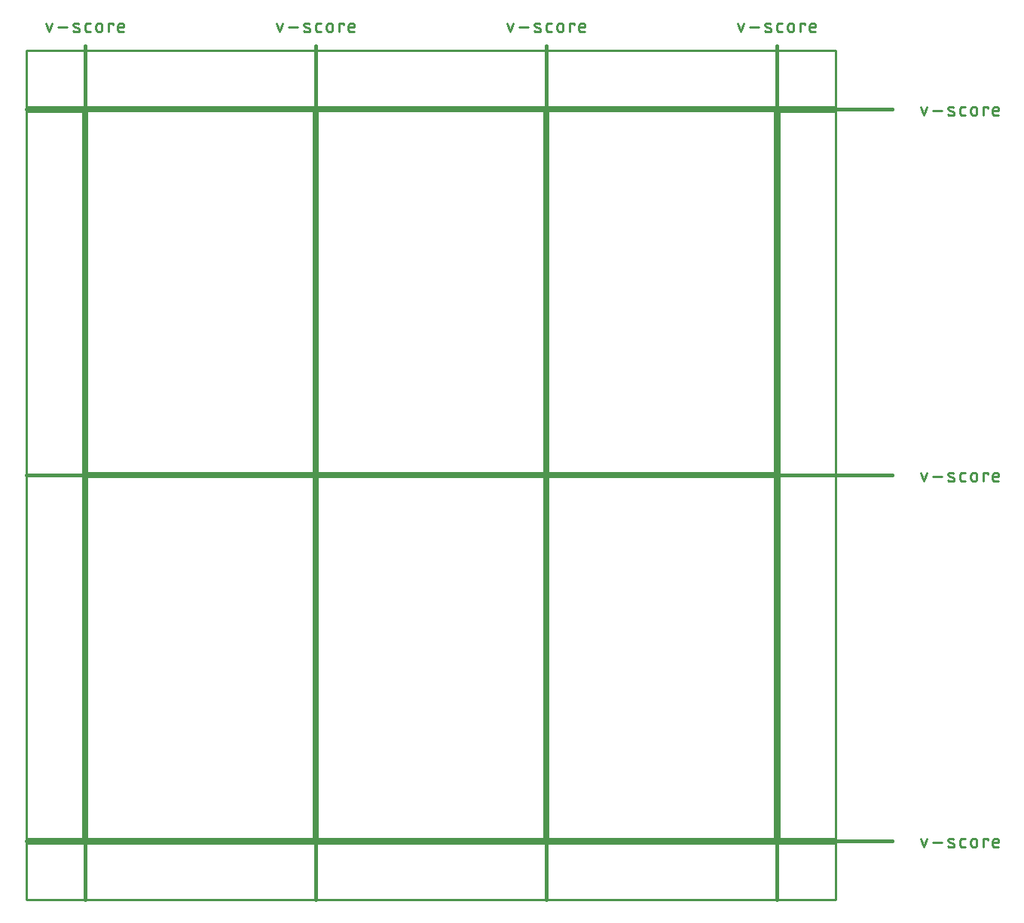
<source format=gko>
G04 EAGLE Gerber RS-274X export*
G75*
%MOMM*%
%FSLAX34Y34*%
%LPD*%
%IN*%
%IPPOS*%
%AMOC8*
5,1,8,0,0,1.08239X$1,22.5*%
G01*
%ADD10C,0.203200*%
%ADD11C,0.381000*%
%ADD12C,0.279400*%
%ADD13C,0.254000*%


D10*
X0Y0D02*
X254000Y0D01*
X254000Y406400D01*
X0Y406400D01*
X0Y0D01*
X259080Y0D02*
X513080Y0D01*
X513080Y406400D01*
X259080Y406400D01*
X259080Y0D01*
X518160Y0D02*
X772160Y0D01*
X772160Y406400D01*
X518160Y406400D01*
X518160Y0D01*
X254000Y411480D02*
X0Y411480D01*
X254000Y411480D02*
X254000Y817880D01*
X0Y817880D01*
X0Y411480D01*
X259080Y411480D02*
X513080Y411480D01*
X513080Y817880D01*
X259080Y817880D01*
X259080Y411480D01*
X518160Y411480D02*
X772160Y411480D01*
X772160Y817880D01*
X518160Y817880D01*
X518160Y411480D01*
D11*
X-2540Y-68580D02*
X-2540Y891540D01*
D12*
X-42921Y906907D02*
X-46251Y916898D01*
X-39590Y916898D02*
X-42921Y906907D01*
X-32806Y912735D02*
X-22815Y912735D01*
X-14261Y912735D02*
X-10098Y911070D01*
X-14261Y912734D02*
X-14346Y912770D01*
X-14429Y912810D01*
X-14510Y912853D01*
X-14590Y912900D01*
X-14667Y912950D01*
X-14743Y913003D01*
X-14816Y913059D01*
X-14886Y913119D01*
X-14954Y913181D01*
X-15019Y913246D01*
X-15081Y913314D01*
X-15141Y913385D01*
X-15197Y913458D01*
X-15250Y913533D01*
X-15300Y913611D01*
X-15346Y913690D01*
X-15389Y913772D01*
X-15429Y913855D01*
X-15465Y913940D01*
X-15497Y914026D01*
X-15526Y914114D01*
X-15550Y914203D01*
X-15571Y914293D01*
X-15588Y914383D01*
X-15602Y914474D01*
X-15611Y914566D01*
X-15616Y914658D01*
X-15618Y914750D01*
X-15616Y914842D01*
X-15609Y914934D01*
X-15599Y915026D01*
X-15585Y915117D01*
X-15567Y915208D01*
X-15545Y915297D01*
X-15519Y915386D01*
X-15489Y915473D01*
X-15456Y915559D01*
X-15419Y915643D01*
X-15379Y915726D01*
X-15335Y915807D01*
X-15288Y915886D01*
X-15237Y915963D01*
X-15183Y916038D01*
X-15126Y916111D01*
X-15066Y916181D01*
X-15003Y916248D01*
X-14937Y916312D01*
X-14869Y916374D01*
X-14798Y916433D01*
X-14724Y916488D01*
X-14648Y916541D01*
X-14570Y916590D01*
X-14490Y916636D01*
X-14409Y916678D01*
X-14325Y916717D01*
X-14240Y916752D01*
X-14153Y916783D01*
X-14065Y916811D01*
X-13976Y916835D01*
X-13886Y916855D01*
X-13796Y916872D01*
X-13704Y916884D01*
X-13612Y916893D01*
X-13520Y916897D01*
X-13428Y916898D01*
X-13201Y916892D01*
X-12974Y916881D01*
X-12747Y916864D01*
X-12521Y916841D01*
X-12295Y916814D01*
X-12070Y916780D01*
X-11846Y916742D01*
X-11623Y916698D01*
X-11401Y916649D01*
X-11180Y916594D01*
X-10961Y916534D01*
X-10743Y916469D01*
X-10527Y916398D01*
X-10313Y916323D01*
X-10100Y916242D01*
X-9890Y916156D01*
X-9681Y916065D01*
X-10098Y911070D02*
X-10013Y911034D01*
X-9930Y910994D01*
X-9849Y910951D01*
X-9769Y910904D01*
X-9692Y910854D01*
X-9616Y910801D01*
X-9543Y910745D01*
X-9473Y910685D01*
X-9405Y910623D01*
X-9340Y910558D01*
X-9278Y910490D01*
X-9218Y910419D01*
X-9162Y910346D01*
X-9109Y910271D01*
X-9059Y910193D01*
X-9013Y910114D01*
X-8970Y910032D01*
X-8930Y909949D01*
X-8894Y909864D01*
X-8862Y909778D01*
X-8833Y909690D01*
X-8809Y909601D01*
X-8788Y909511D01*
X-8771Y909421D01*
X-8757Y909330D01*
X-8748Y909238D01*
X-8743Y909146D01*
X-8741Y909054D01*
X-8743Y908962D01*
X-8750Y908870D01*
X-8760Y908778D01*
X-8774Y908687D01*
X-8792Y908596D01*
X-8814Y908507D01*
X-8840Y908418D01*
X-8870Y908331D01*
X-8903Y908245D01*
X-8940Y908161D01*
X-8980Y908078D01*
X-9024Y907997D01*
X-9071Y907918D01*
X-9122Y907841D01*
X-9176Y907766D01*
X-9233Y907693D01*
X-9293Y907623D01*
X-9356Y907556D01*
X-9422Y907492D01*
X-9490Y907430D01*
X-9561Y907371D01*
X-9635Y907316D01*
X-9711Y907263D01*
X-9789Y907214D01*
X-9869Y907168D01*
X-9950Y907126D01*
X-10034Y907087D01*
X-10119Y907052D01*
X-10206Y907021D01*
X-10294Y906993D01*
X-10383Y906969D01*
X-10473Y906949D01*
X-10563Y906932D01*
X-10655Y906920D01*
X-10747Y906911D01*
X-10839Y906907D01*
X-10931Y906906D01*
X-10931Y906907D02*
X-11265Y906916D01*
X-11598Y906933D01*
X-11931Y906957D01*
X-12264Y906990D01*
X-12595Y907030D01*
X-12926Y907078D01*
X-13255Y907134D01*
X-13583Y907197D01*
X-13909Y907269D01*
X-14233Y907348D01*
X-14556Y907434D01*
X-14876Y907529D01*
X-15194Y907631D01*
X-15510Y907740D01*
X562Y906907D02*
X3892Y906907D01*
X562Y906907D02*
X464Y906909D01*
X366Y906915D01*
X268Y906924D01*
X171Y906938D01*
X75Y906955D01*
X-21Y906976D01*
X-116Y907001D01*
X-210Y907029D01*
X-303Y907061D01*
X-394Y907097D01*
X-484Y907136D01*
X-572Y907179D01*
X-659Y907226D01*
X-743Y907275D01*
X-826Y907328D01*
X-906Y907384D01*
X-985Y907443D01*
X-1060Y907506D01*
X-1134Y907571D01*
X-1204Y907639D01*
X-1272Y907709D01*
X-1338Y907783D01*
X-1400Y907859D01*
X-1459Y907937D01*
X-1515Y908017D01*
X-1568Y908100D01*
X-1618Y908184D01*
X-1664Y908271D01*
X-1707Y908359D01*
X-1746Y908449D01*
X-1782Y908540D01*
X-1814Y908633D01*
X-1842Y908727D01*
X-1867Y908822D01*
X-1888Y908918D01*
X-1905Y909014D01*
X-1919Y909111D01*
X-1928Y909209D01*
X-1934Y909307D01*
X-1936Y909405D01*
X-1936Y914400D01*
X-1934Y914498D01*
X-1928Y914596D01*
X-1919Y914694D01*
X-1905Y914791D01*
X-1888Y914887D01*
X-1867Y914983D01*
X-1842Y915078D01*
X-1814Y915172D01*
X-1782Y915265D01*
X-1746Y915356D01*
X-1707Y915446D01*
X-1664Y915534D01*
X-1617Y915621D01*
X-1568Y915705D01*
X-1515Y915788D01*
X-1459Y915868D01*
X-1400Y915946D01*
X-1337Y916022D01*
X-1272Y916096D01*
X-1204Y916166D01*
X-1134Y916234D01*
X-1060Y916299D01*
X-984Y916362D01*
X-906Y916421D01*
X-826Y916477D01*
X-743Y916530D01*
X-659Y916579D01*
X-572Y916626D01*
X-484Y916669D01*
X-394Y916708D01*
X-303Y916744D01*
X-210Y916776D01*
X-116Y916804D01*
X-21Y916829D01*
X75Y916850D01*
X171Y916867D01*
X268Y916881D01*
X366Y916890D01*
X464Y916896D01*
X562Y916898D01*
X3892Y916898D01*
X10022Y913567D02*
X10022Y910237D01*
X10022Y913567D02*
X10024Y913681D01*
X10030Y913794D01*
X10039Y913908D01*
X10053Y914020D01*
X10070Y914133D01*
X10092Y914245D01*
X10117Y914355D01*
X10145Y914465D01*
X10178Y914574D01*
X10214Y914682D01*
X10254Y914789D01*
X10298Y914894D01*
X10345Y914997D01*
X10395Y915099D01*
X10449Y915199D01*
X10507Y915297D01*
X10568Y915393D01*
X10631Y915487D01*
X10699Y915579D01*
X10769Y915669D01*
X10842Y915755D01*
X10918Y915840D01*
X10997Y915922D01*
X11079Y916001D01*
X11164Y916077D01*
X11250Y916150D01*
X11340Y916220D01*
X11432Y916288D01*
X11526Y916351D01*
X11622Y916412D01*
X11720Y916470D01*
X11820Y916524D01*
X11922Y916574D01*
X12025Y916621D01*
X12130Y916665D01*
X12237Y916705D01*
X12345Y916741D01*
X12454Y916774D01*
X12564Y916802D01*
X12674Y916827D01*
X12786Y916849D01*
X12899Y916866D01*
X13011Y916880D01*
X13125Y916889D01*
X13238Y916895D01*
X13352Y916897D01*
X13466Y916895D01*
X13579Y916889D01*
X13693Y916880D01*
X13805Y916866D01*
X13918Y916849D01*
X14030Y916827D01*
X14140Y916802D01*
X14250Y916774D01*
X14359Y916741D01*
X14467Y916705D01*
X14574Y916665D01*
X14679Y916621D01*
X14782Y916574D01*
X14884Y916524D01*
X14984Y916470D01*
X15082Y916412D01*
X15178Y916351D01*
X15272Y916288D01*
X15364Y916220D01*
X15454Y916150D01*
X15540Y916077D01*
X15625Y916001D01*
X15707Y915922D01*
X15786Y915840D01*
X15862Y915755D01*
X15935Y915669D01*
X16005Y915579D01*
X16073Y915487D01*
X16136Y915393D01*
X16197Y915297D01*
X16255Y915199D01*
X16309Y915099D01*
X16359Y914997D01*
X16406Y914894D01*
X16450Y914789D01*
X16490Y914682D01*
X16526Y914574D01*
X16559Y914465D01*
X16587Y914355D01*
X16612Y914245D01*
X16634Y914133D01*
X16651Y914020D01*
X16665Y913908D01*
X16674Y913794D01*
X16680Y913681D01*
X16682Y913567D01*
X16682Y910237D01*
X16680Y910123D01*
X16674Y910010D01*
X16665Y909896D01*
X16651Y909784D01*
X16634Y909671D01*
X16612Y909559D01*
X16587Y909449D01*
X16559Y909339D01*
X16526Y909230D01*
X16490Y909122D01*
X16450Y909015D01*
X16406Y908910D01*
X16359Y908807D01*
X16309Y908705D01*
X16255Y908605D01*
X16197Y908507D01*
X16136Y908411D01*
X16073Y908317D01*
X16005Y908225D01*
X15935Y908135D01*
X15862Y908049D01*
X15786Y907964D01*
X15707Y907882D01*
X15625Y907803D01*
X15540Y907727D01*
X15454Y907654D01*
X15364Y907584D01*
X15272Y907516D01*
X15178Y907453D01*
X15082Y907392D01*
X14984Y907334D01*
X14884Y907280D01*
X14782Y907230D01*
X14679Y907183D01*
X14574Y907139D01*
X14467Y907099D01*
X14359Y907063D01*
X14250Y907030D01*
X14140Y907002D01*
X14030Y906977D01*
X13918Y906955D01*
X13805Y906938D01*
X13693Y906924D01*
X13579Y906915D01*
X13466Y906909D01*
X13352Y906907D01*
X13238Y906909D01*
X13125Y906915D01*
X13011Y906924D01*
X12899Y906938D01*
X12786Y906955D01*
X12674Y906977D01*
X12564Y907002D01*
X12454Y907030D01*
X12345Y907063D01*
X12237Y907099D01*
X12130Y907139D01*
X12025Y907183D01*
X11922Y907230D01*
X11820Y907280D01*
X11720Y907334D01*
X11622Y907392D01*
X11526Y907453D01*
X11432Y907516D01*
X11340Y907584D01*
X11250Y907654D01*
X11164Y907727D01*
X11079Y907803D01*
X10997Y907882D01*
X10918Y907964D01*
X10842Y908049D01*
X10769Y908135D01*
X10699Y908225D01*
X10631Y908317D01*
X10568Y908411D01*
X10507Y908507D01*
X10449Y908605D01*
X10395Y908705D01*
X10345Y908807D01*
X10298Y908910D01*
X10254Y909015D01*
X10214Y909122D01*
X10178Y909230D01*
X10145Y909339D01*
X10117Y909449D01*
X10092Y909559D01*
X10070Y909671D01*
X10053Y909784D01*
X10039Y909896D01*
X10030Y910010D01*
X10024Y910123D01*
X10022Y910237D01*
X24218Y906907D02*
X24218Y916898D01*
X29213Y916898D01*
X29213Y915233D01*
X37008Y906907D02*
X41171Y906907D01*
X37008Y906907D02*
X36910Y906909D01*
X36812Y906915D01*
X36714Y906924D01*
X36617Y906938D01*
X36521Y906955D01*
X36425Y906976D01*
X36330Y907001D01*
X36236Y907029D01*
X36143Y907061D01*
X36052Y907097D01*
X35962Y907136D01*
X35874Y907179D01*
X35787Y907226D01*
X35703Y907275D01*
X35620Y907328D01*
X35540Y907384D01*
X35462Y907443D01*
X35386Y907506D01*
X35312Y907571D01*
X35242Y907639D01*
X35174Y907709D01*
X35109Y907783D01*
X35046Y907859D01*
X34987Y907937D01*
X34931Y908017D01*
X34878Y908100D01*
X34829Y908184D01*
X34782Y908271D01*
X34739Y908359D01*
X34700Y908449D01*
X34664Y908540D01*
X34632Y908633D01*
X34604Y908727D01*
X34579Y908822D01*
X34558Y908918D01*
X34541Y909014D01*
X34527Y909111D01*
X34518Y909209D01*
X34512Y909307D01*
X34510Y909405D01*
X34510Y913567D01*
X34511Y913567D02*
X34513Y913681D01*
X34519Y913794D01*
X34528Y913908D01*
X34542Y914020D01*
X34559Y914133D01*
X34581Y914245D01*
X34606Y914355D01*
X34634Y914465D01*
X34667Y914574D01*
X34703Y914682D01*
X34743Y914789D01*
X34787Y914894D01*
X34834Y914997D01*
X34884Y915099D01*
X34938Y915199D01*
X34996Y915297D01*
X35057Y915393D01*
X35120Y915487D01*
X35188Y915579D01*
X35258Y915669D01*
X35331Y915755D01*
X35407Y915840D01*
X35486Y915922D01*
X35568Y916001D01*
X35653Y916077D01*
X35739Y916150D01*
X35829Y916220D01*
X35921Y916288D01*
X36015Y916351D01*
X36111Y916412D01*
X36209Y916470D01*
X36309Y916524D01*
X36411Y916574D01*
X36514Y916621D01*
X36619Y916665D01*
X36726Y916705D01*
X36834Y916741D01*
X36943Y916774D01*
X37053Y916802D01*
X37163Y916827D01*
X37275Y916849D01*
X37388Y916866D01*
X37500Y916880D01*
X37614Y916889D01*
X37727Y916895D01*
X37841Y916897D01*
X37955Y916895D01*
X38068Y916889D01*
X38182Y916880D01*
X38294Y916866D01*
X38407Y916849D01*
X38519Y916827D01*
X38629Y916802D01*
X38739Y916774D01*
X38848Y916741D01*
X38956Y916705D01*
X39063Y916665D01*
X39168Y916621D01*
X39271Y916574D01*
X39373Y916524D01*
X39473Y916470D01*
X39571Y916412D01*
X39667Y916351D01*
X39761Y916288D01*
X39853Y916220D01*
X39943Y916150D01*
X40029Y916077D01*
X40114Y916001D01*
X40196Y915922D01*
X40275Y915840D01*
X40351Y915755D01*
X40424Y915669D01*
X40494Y915579D01*
X40562Y915487D01*
X40625Y915393D01*
X40686Y915297D01*
X40744Y915199D01*
X40798Y915099D01*
X40848Y914997D01*
X40895Y914894D01*
X40939Y914789D01*
X40979Y914682D01*
X41015Y914574D01*
X41048Y914465D01*
X41076Y914355D01*
X41101Y914245D01*
X41123Y914133D01*
X41140Y914020D01*
X41154Y913908D01*
X41163Y913794D01*
X41169Y913681D01*
X41171Y913567D01*
X41171Y911902D01*
X34510Y911902D01*
D11*
X256540Y891540D02*
X256540Y-68580D01*
D12*
X216159Y906907D02*
X212829Y916898D01*
X219490Y916898D02*
X216159Y906907D01*
X226274Y912735D02*
X236265Y912735D01*
X244819Y912735D02*
X248982Y911070D01*
X244819Y912734D02*
X244734Y912770D01*
X244651Y912810D01*
X244570Y912853D01*
X244490Y912900D01*
X244413Y912950D01*
X244337Y913003D01*
X244264Y913059D01*
X244194Y913119D01*
X244126Y913181D01*
X244061Y913246D01*
X243999Y913314D01*
X243939Y913385D01*
X243883Y913458D01*
X243830Y913533D01*
X243780Y913611D01*
X243734Y913690D01*
X243691Y913772D01*
X243651Y913855D01*
X243615Y913940D01*
X243583Y914026D01*
X243554Y914114D01*
X243530Y914203D01*
X243509Y914293D01*
X243492Y914383D01*
X243478Y914474D01*
X243469Y914566D01*
X243464Y914658D01*
X243462Y914750D01*
X243464Y914842D01*
X243471Y914934D01*
X243481Y915026D01*
X243495Y915117D01*
X243513Y915208D01*
X243535Y915297D01*
X243561Y915386D01*
X243591Y915473D01*
X243624Y915559D01*
X243661Y915643D01*
X243701Y915726D01*
X243745Y915807D01*
X243792Y915886D01*
X243843Y915963D01*
X243897Y916038D01*
X243954Y916111D01*
X244014Y916181D01*
X244077Y916248D01*
X244143Y916312D01*
X244211Y916374D01*
X244282Y916433D01*
X244356Y916488D01*
X244432Y916541D01*
X244510Y916590D01*
X244590Y916636D01*
X244671Y916678D01*
X244755Y916717D01*
X244840Y916752D01*
X244927Y916783D01*
X245015Y916811D01*
X245104Y916835D01*
X245194Y916855D01*
X245284Y916872D01*
X245376Y916884D01*
X245468Y916893D01*
X245560Y916897D01*
X245652Y916898D01*
X245879Y916892D01*
X246106Y916881D01*
X246333Y916864D01*
X246559Y916841D01*
X246785Y916814D01*
X247010Y916780D01*
X247234Y916742D01*
X247457Y916698D01*
X247679Y916649D01*
X247900Y916594D01*
X248119Y916534D01*
X248337Y916469D01*
X248553Y916398D01*
X248767Y916323D01*
X248980Y916242D01*
X249190Y916156D01*
X249399Y916065D01*
X248982Y911070D02*
X249067Y911034D01*
X249150Y910994D01*
X249231Y910951D01*
X249311Y910904D01*
X249388Y910854D01*
X249464Y910801D01*
X249537Y910745D01*
X249607Y910685D01*
X249675Y910623D01*
X249740Y910558D01*
X249802Y910490D01*
X249862Y910419D01*
X249918Y910346D01*
X249971Y910271D01*
X250021Y910193D01*
X250067Y910114D01*
X250110Y910032D01*
X250150Y909949D01*
X250186Y909864D01*
X250218Y909778D01*
X250247Y909690D01*
X250271Y909601D01*
X250292Y909511D01*
X250309Y909421D01*
X250323Y909330D01*
X250332Y909238D01*
X250337Y909146D01*
X250339Y909054D01*
X250337Y908962D01*
X250330Y908870D01*
X250320Y908778D01*
X250306Y908687D01*
X250288Y908596D01*
X250266Y908507D01*
X250240Y908418D01*
X250210Y908331D01*
X250177Y908245D01*
X250140Y908161D01*
X250100Y908078D01*
X250056Y907997D01*
X250009Y907918D01*
X249958Y907841D01*
X249904Y907766D01*
X249847Y907693D01*
X249787Y907623D01*
X249724Y907556D01*
X249658Y907492D01*
X249590Y907430D01*
X249519Y907371D01*
X249445Y907316D01*
X249369Y907263D01*
X249291Y907214D01*
X249211Y907168D01*
X249130Y907126D01*
X249046Y907087D01*
X248961Y907052D01*
X248874Y907021D01*
X248786Y906993D01*
X248697Y906969D01*
X248607Y906949D01*
X248517Y906932D01*
X248425Y906920D01*
X248333Y906911D01*
X248241Y906907D01*
X248149Y906906D01*
X248149Y906907D02*
X247815Y906916D01*
X247482Y906933D01*
X247149Y906957D01*
X246816Y906990D01*
X246485Y907030D01*
X246154Y907078D01*
X245825Y907134D01*
X245497Y907197D01*
X245171Y907269D01*
X244847Y907348D01*
X244524Y907434D01*
X244204Y907529D01*
X243886Y907631D01*
X243570Y907740D01*
X259642Y906907D02*
X262972Y906907D01*
X259642Y906907D02*
X259544Y906909D01*
X259446Y906915D01*
X259348Y906924D01*
X259251Y906938D01*
X259155Y906955D01*
X259059Y906976D01*
X258964Y907001D01*
X258870Y907029D01*
X258777Y907061D01*
X258686Y907097D01*
X258596Y907136D01*
X258508Y907179D01*
X258421Y907226D01*
X258337Y907275D01*
X258254Y907328D01*
X258174Y907384D01*
X258096Y907443D01*
X258020Y907506D01*
X257946Y907571D01*
X257876Y907639D01*
X257808Y907709D01*
X257743Y907783D01*
X257680Y907859D01*
X257621Y907937D01*
X257565Y908017D01*
X257512Y908100D01*
X257463Y908184D01*
X257416Y908271D01*
X257373Y908359D01*
X257334Y908449D01*
X257298Y908540D01*
X257266Y908633D01*
X257238Y908727D01*
X257213Y908822D01*
X257192Y908918D01*
X257175Y909014D01*
X257161Y909111D01*
X257152Y909209D01*
X257146Y909307D01*
X257144Y909405D01*
X257144Y914400D01*
X257146Y914498D01*
X257152Y914596D01*
X257161Y914694D01*
X257175Y914791D01*
X257192Y914887D01*
X257213Y914983D01*
X257238Y915078D01*
X257266Y915172D01*
X257298Y915265D01*
X257334Y915356D01*
X257373Y915446D01*
X257416Y915534D01*
X257463Y915621D01*
X257512Y915705D01*
X257565Y915788D01*
X257621Y915868D01*
X257680Y915947D01*
X257743Y916022D01*
X257808Y916096D01*
X257876Y916166D01*
X257946Y916234D01*
X258020Y916300D01*
X258096Y916362D01*
X258174Y916421D01*
X258254Y916477D01*
X258337Y916530D01*
X258421Y916580D01*
X258508Y916626D01*
X258596Y916669D01*
X258686Y916708D01*
X258777Y916744D01*
X258870Y916776D01*
X258964Y916804D01*
X259059Y916829D01*
X259155Y916850D01*
X259251Y916867D01*
X259348Y916881D01*
X259446Y916890D01*
X259544Y916896D01*
X259642Y916898D01*
X262972Y916898D01*
X269102Y913567D02*
X269102Y910237D01*
X269102Y913567D02*
X269104Y913681D01*
X269110Y913794D01*
X269119Y913908D01*
X269133Y914020D01*
X269150Y914133D01*
X269172Y914245D01*
X269197Y914355D01*
X269225Y914465D01*
X269258Y914574D01*
X269294Y914682D01*
X269334Y914789D01*
X269378Y914894D01*
X269425Y914997D01*
X269475Y915099D01*
X269529Y915199D01*
X269587Y915297D01*
X269648Y915393D01*
X269711Y915487D01*
X269779Y915579D01*
X269849Y915669D01*
X269922Y915755D01*
X269998Y915840D01*
X270077Y915922D01*
X270159Y916001D01*
X270244Y916077D01*
X270330Y916150D01*
X270420Y916220D01*
X270512Y916288D01*
X270606Y916351D01*
X270702Y916412D01*
X270800Y916470D01*
X270900Y916524D01*
X271002Y916574D01*
X271105Y916621D01*
X271210Y916665D01*
X271317Y916705D01*
X271425Y916741D01*
X271534Y916774D01*
X271644Y916802D01*
X271754Y916827D01*
X271866Y916849D01*
X271979Y916866D01*
X272091Y916880D01*
X272205Y916889D01*
X272318Y916895D01*
X272432Y916897D01*
X272546Y916895D01*
X272659Y916889D01*
X272773Y916880D01*
X272885Y916866D01*
X272998Y916849D01*
X273110Y916827D01*
X273220Y916802D01*
X273330Y916774D01*
X273439Y916741D01*
X273547Y916705D01*
X273654Y916665D01*
X273759Y916621D01*
X273862Y916574D01*
X273964Y916524D01*
X274064Y916470D01*
X274162Y916412D01*
X274258Y916351D01*
X274352Y916288D01*
X274444Y916220D01*
X274534Y916150D01*
X274620Y916077D01*
X274705Y916001D01*
X274787Y915922D01*
X274866Y915840D01*
X274942Y915755D01*
X275015Y915669D01*
X275085Y915579D01*
X275153Y915487D01*
X275216Y915393D01*
X275277Y915297D01*
X275335Y915199D01*
X275389Y915099D01*
X275439Y914997D01*
X275486Y914894D01*
X275530Y914789D01*
X275570Y914682D01*
X275606Y914574D01*
X275639Y914465D01*
X275667Y914355D01*
X275692Y914245D01*
X275714Y914133D01*
X275731Y914020D01*
X275745Y913908D01*
X275754Y913794D01*
X275760Y913681D01*
X275762Y913567D01*
X275762Y910237D01*
X275760Y910123D01*
X275754Y910010D01*
X275745Y909896D01*
X275731Y909784D01*
X275714Y909671D01*
X275692Y909559D01*
X275667Y909449D01*
X275639Y909339D01*
X275606Y909230D01*
X275570Y909122D01*
X275530Y909015D01*
X275486Y908910D01*
X275439Y908807D01*
X275389Y908705D01*
X275335Y908605D01*
X275277Y908507D01*
X275216Y908411D01*
X275153Y908317D01*
X275085Y908225D01*
X275015Y908135D01*
X274942Y908049D01*
X274866Y907964D01*
X274787Y907882D01*
X274705Y907803D01*
X274620Y907727D01*
X274534Y907654D01*
X274444Y907584D01*
X274352Y907516D01*
X274258Y907453D01*
X274162Y907392D01*
X274064Y907334D01*
X273964Y907280D01*
X273862Y907230D01*
X273759Y907183D01*
X273654Y907139D01*
X273547Y907099D01*
X273439Y907063D01*
X273330Y907030D01*
X273220Y907002D01*
X273110Y906977D01*
X272998Y906955D01*
X272885Y906938D01*
X272773Y906924D01*
X272659Y906915D01*
X272546Y906909D01*
X272432Y906907D01*
X272318Y906909D01*
X272205Y906915D01*
X272091Y906924D01*
X271979Y906938D01*
X271866Y906955D01*
X271754Y906977D01*
X271644Y907002D01*
X271534Y907030D01*
X271425Y907063D01*
X271317Y907099D01*
X271210Y907139D01*
X271105Y907183D01*
X271002Y907230D01*
X270900Y907280D01*
X270800Y907334D01*
X270702Y907392D01*
X270606Y907453D01*
X270512Y907516D01*
X270420Y907584D01*
X270330Y907654D01*
X270244Y907727D01*
X270159Y907803D01*
X270077Y907882D01*
X269998Y907964D01*
X269922Y908049D01*
X269849Y908135D01*
X269779Y908225D01*
X269711Y908317D01*
X269648Y908411D01*
X269587Y908507D01*
X269529Y908605D01*
X269475Y908705D01*
X269425Y908807D01*
X269378Y908910D01*
X269334Y909015D01*
X269294Y909122D01*
X269258Y909230D01*
X269225Y909339D01*
X269197Y909449D01*
X269172Y909559D01*
X269150Y909671D01*
X269133Y909784D01*
X269119Y909896D01*
X269110Y910010D01*
X269104Y910123D01*
X269102Y910237D01*
X283298Y906907D02*
X283298Y916898D01*
X288293Y916898D01*
X288293Y915233D01*
X296088Y906907D02*
X300251Y906907D01*
X296088Y906907D02*
X295990Y906909D01*
X295892Y906915D01*
X295794Y906924D01*
X295697Y906938D01*
X295601Y906955D01*
X295505Y906976D01*
X295410Y907001D01*
X295316Y907029D01*
X295223Y907061D01*
X295132Y907097D01*
X295042Y907136D01*
X294954Y907179D01*
X294867Y907226D01*
X294783Y907275D01*
X294700Y907328D01*
X294620Y907384D01*
X294542Y907443D01*
X294466Y907506D01*
X294392Y907571D01*
X294322Y907639D01*
X294254Y907709D01*
X294189Y907783D01*
X294126Y907859D01*
X294067Y907937D01*
X294011Y908017D01*
X293958Y908100D01*
X293909Y908184D01*
X293862Y908271D01*
X293819Y908359D01*
X293780Y908449D01*
X293744Y908540D01*
X293712Y908633D01*
X293684Y908727D01*
X293659Y908822D01*
X293638Y908918D01*
X293621Y909014D01*
X293607Y909111D01*
X293598Y909209D01*
X293592Y909307D01*
X293590Y909405D01*
X293590Y913567D01*
X293591Y913567D02*
X293593Y913681D01*
X293599Y913794D01*
X293608Y913908D01*
X293622Y914020D01*
X293639Y914133D01*
X293661Y914245D01*
X293686Y914355D01*
X293714Y914465D01*
X293747Y914574D01*
X293783Y914682D01*
X293823Y914789D01*
X293867Y914894D01*
X293914Y914997D01*
X293964Y915099D01*
X294018Y915199D01*
X294076Y915297D01*
X294137Y915393D01*
X294200Y915487D01*
X294268Y915579D01*
X294338Y915669D01*
X294411Y915755D01*
X294487Y915840D01*
X294566Y915922D01*
X294648Y916001D01*
X294733Y916077D01*
X294819Y916150D01*
X294909Y916220D01*
X295001Y916288D01*
X295095Y916351D01*
X295191Y916412D01*
X295289Y916470D01*
X295389Y916524D01*
X295491Y916574D01*
X295594Y916621D01*
X295699Y916665D01*
X295806Y916705D01*
X295914Y916741D01*
X296023Y916774D01*
X296133Y916802D01*
X296243Y916827D01*
X296355Y916849D01*
X296468Y916866D01*
X296580Y916880D01*
X296694Y916889D01*
X296807Y916895D01*
X296921Y916897D01*
X297035Y916895D01*
X297148Y916889D01*
X297262Y916880D01*
X297374Y916866D01*
X297487Y916849D01*
X297599Y916827D01*
X297709Y916802D01*
X297819Y916774D01*
X297928Y916741D01*
X298036Y916705D01*
X298143Y916665D01*
X298248Y916621D01*
X298351Y916574D01*
X298453Y916524D01*
X298553Y916470D01*
X298651Y916412D01*
X298747Y916351D01*
X298841Y916288D01*
X298933Y916220D01*
X299023Y916150D01*
X299109Y916077D01*
X299194Y916001D01*
X299276Y915922D01*
X299355Y915840D01*
X299431Y915755D01*
X299504Y915669D01*
X299574Y915579D01*
X299642Y915487D01*
X299705Y915393D01*
X299766Y915297D01*
X299824Y915199D01*
X299878Y915099D01*
X299928Y914997D01*
X299975Y914894D01*
X300019Y914789D01*
X300059Y914682D01*
X300095Y914574D01*
X300128Y914465D01*
X300156Y914355D01*
X300181Y914245D01*
X300203Y914133D01*
X300220Y914020D01*
X300234Y913908D01*
X300243Y913794D01*
X300249Y913681D01*
X300251Y913567D01*
X300251Y911902D01*
X293590Y911902D01*
D11*
X515620Y891540D02*
X515620Y-68580D01*
D12*
X475239Y906907D02*
X471909Y916898D01*
X478570Y916898D02*
X475239Y906907D01*
X485354Y912735D02*
X495345Y912735D01*
X503899Y912735D02*
X508062Y911070D01*
X503899Y912734D02*
X503814Y912770D01*
X503731Y912810D01*
X503650Y912853D01*
X503570Y912900D01*
X503493Y912950D01*
X503417Y913003D01*
X503344Y913059D01*
X503274Y913119D01*
X503206Y913181D01*
X503141Y913246D01*
X503079Y913314D01*
X503019Y913385D01*
X502963Y913458D01*
X502910Y913533D01*
X502860Y913611D01*
X502814Y913690D01*
X502771Y913772D01*
X502731Y913855D01*
X502695Y913940D01*
X502663Y914026D01*
X502634Y914114D01*
X502610Y914203D01*
X502589Y914293D01*
X502572Y914383D01*
X502558Y914474D01*
X502549Y914566D01*
X502544Y914658D01*
X502542Y914750D01*
X502544Y914842D01*
X502551Y914934D01*
X502561Y915026D01*
X502575Y915117D01*
X502593Y915208D01*
X502615Y915297D01*
X502641Y915386D01*
X502671Y915473D01*
X502704Y915559D01*
X502741Y915643D01*
X502781Y915726D01*
X502825Y915807D01*
X502872Y915886D01*
X502923Y915963D01*
X502977Y916038D01*
X503034Y916111D01*
X503094Y916181D01*
X503157Y916248D01*
X503223Y916312D01*
X503291Y916374D01*
X503362Y916433D01*
X503436Y916488D01*
X503512Y916541D01*
X503590Y916590D01*
X503670Y916636D01*
X503751Y916678D01*
X503835Y916717D01*
X503920Y916752D01*
X504007Y916783D01*
X504095Y916811D01*
X504184Y916835D01*
X504274Y916855D01*
X504364Y916872D01*
X504456Y916884D01*
X504548Y916893D01*
X504640Y916897D01*
X504732Y916898D01*
X504959Y916892D01*
X505186Y916881D01*
X505413Y916864D01*
X505639Y916841D01*
X505865Y916814D01*
X506090Y916780D01*
X506314Y916742D01*
X506537Y916698D01*
X506759Y916649D01*
X506980Y916594D01*
X507199Y916534D01*
X507417Y916469D01*
X507633Y916398D01*
X507847Y916323D01*
X508060Y916242D01*
X508270Y916156D01*
X508479Y916065D01*
X508062Y911070D02*
X508147Y911034D01*
X508230Y910994D01*
X508311Y910951D01*
X508391Y910904D01*
X508468Y910854D01*
X508544Y910801D01*
X508617Y910745D01*
X508687Y910685D01*
X508755Y910623D01*
X508820Y910558D01*
X508882Y910490D01*
X508942Y910419D01*
X508998Y910346D01*
X509051Y910271D01*
X509101Y910193D01*
X509147Y910114D01*
X509190Y910032D01*
X509230Y909949D01*
X509266Y909864D01*
X509298Y909778D01*
X509327Y909690D01*
X509351Y909601D01*
X509372Y909511D01*
X509389Y909421D01*
X509403Y909330D01*
X509412Y909238D01*
X509417Y909146D01*
X509419Y909054D01*
X509417Y908962D01*
X509410Y908870D01*
X509400Y908778D01*
X509386Y908687D01*
X509368Y908596D01*
X509346Y908507D01*
X509320Y908418D01*
X509290Y908331D01*
X509257Y908245D01*
X509220Y908161D01*
X509180Y908078D01*
X509136Y907997D01*
X509089Y907918D01*
X509038Y907841D01*
X508984Y907766D01*
X508927Y907693D01*
X508867Y907623D01*
X508804Y907556D01*
X508738Y907492D01*
X508670Y907430D01*
X508599Y907371D01*
X508525Y907316D01*
X508449Y907263D01*
X508371Y907214D01*
X508291Y907168D01*
X508210Y907126D01*
X508126Y907087D01*
X508041Y907052D01*
X507954Y907021D01*
X507866Y906993D01*
X507777Y906969D01*
X507687Y906949D01*
X507597Y906932D01*
X507505Y906920D01*
X507413Y906911D01*
X507321Y906907D01*
X507229Y906906D01*
X507229Y906907D02*
X506895Y906916D01*
X506562Y906933D01*
X506229Y906957D01*
X505896Y906990D01*
X505565Y907030D01*
X505234Y907078D01*
X504905Y907134D01*
X504577Y907197D01*
X504251Y907269D01*
X503927Y907348D01*
X503604Y907434D01*
X503284Y907529D01*
X502966Y907631D01*
X502650Y907740D01*
X518722Y906907D02*
X522052Y906907D01*
X518722Y906907D02*
X518624Y906909D01*
X518526Y906915D01*
X518428Y906924D01*
X518331Y906938D01*
X518235Y906955D01*
X518139Y906976D01*
X518044Y907001D01*
X517950Y907029D01*
X517857Y907061D01*
X517766Y907097D01*
X517676Y907136D01*
X517588Y907179D01*
X517501Y907226D01*
X517417Y907275D01*
X517334Y907328D01*
X517254Y907384D01*
X517176Y907443D01*
X517100Y907506D01*
X517026Y907571D01*
X516956Y907639D01*
X516888Y907709D01*
X516823Y907783D01*
X516760Y907859D01*
X516701Y907937D01*
X516645Y908017D01*
X516592Y908100D01*
X516543Y908184D01*
X516496Y908271D01*
X516453Y908359D01*
X516414Y908449D01*
X516378Y908540D01*
X516346Y908633D01*
X516318Y908727D01*
X516293Y908822D01*
X516272Y908918D01*
X516255Y909014D01*
X516241Y909111D01*
X516232Y909209D01*
X516226Y909307D01*
X516224Y909405D01*
X516224Y914400D01*
X516226Y914498D01*
X516232Y914596D01*
X516241Y914694D01*
X516255Y914791D01*
X516272Y914887D01*
X516293Y914983D01*
X516318Y915078D01*
X516346Y915172D01*
X516378Y915265D01*
X516414Y915356D01*
X516453Y915446D01*
X516496Y915534D01*
X516543Y915621D01*
X516592Y915705D01*
X516645Y915788D01*
X516701Y915868D01*
X516760Y915947D01*
X516823Y916022D01*
X516888Y916096D01*
X516956Y916166D01*
X517026Y916234D01*
X517100Y916300D01*
X517176Y916362D01*
X517254Y916421D01*
X517334Y916477D01*
X517417Y916530D01*
X517501Y916580D01*
X517588Y916626D01*
X517676Y916669D01*
X517766Y916708D01*
X517857Y916744D01*
X517950Y916776D01*
X518044Y916804D01*
X518139Y916829D01*
X518235Y916850D01*
X518331Y916867D01*
X518428Y916881D01*
X518526Y916890D01*
X518624Y916896D01*
X518722Y916898D01*
X522052Y916898D01*
X528182Y913567D02*
X528182Y910237D01*
X528182Y913567D02*
X528184Y913681D01*
X528190Y913794D01*
X528199Y913908D01*
X528213Y914020D01*
X528230Y914133D01*
X528252Y914245D01*
X528277Y914355D01*
X528305Y914465D01*
X528338Y914574D01*
X528374Y914682D01*
X528414Y914789D01*
X528458Y914894D01*
X528505Y914997D01*
X528555Y915099D01*
X528609Y915199D01*
X528667Y915297D01*
X528728Y915393D01*
X528791Y915487D01*
X528859Y915579D01*
X528929Y915669D01*
X529002Y915755D01*
X529078Y915840D01*
X529157Y915922D01*
X529239Y916001D01*
X529324Y916077D01*
X529410Y916150D01*
X529500Y916220D01*
X529592Y916288D01*
X529686Y916351D01*
X529782Y916412D01*
X529880Y916470D01*
X529980Y916524D01*
X530082Y916574D01*
X530185Y916621D01*
X530290Y916665D01*
X530397Y916705D01*
X530505Y916741D01*
X530614Y916774D01*
X530724Y916802D01*
X530834Y916827D01*
X530946Y916849D01*
X531059Y916866D01*
X531171Y916880D01*
X531285Y916889D01*
X531398Y916895D01*
X531512Y916897D01*
X531626Y916895D01*
X531739Y916889D01*
X531853Y916880D01*
X531965Y916866D01*
X532078Y916849D01*
X532190Y916827D01*
X532300Y916802D01*
X532410Y916774D01*
X532519Y916741D01*
X532627Y916705D01*
X532734Y916665D01*
X532839Y916621D01*
X532942Y916574D01*
X533044Y916524D01*
X533144Y916470D01*
X533242Y916412D01*
X533338Y916351D01*
X533432Y916288D01*
X533524Y916220D01*
X533614Y916150D01*
X533700Y916077D01*
X533785Y916001D01*
X533867Y915922D01*
X533946Y915840D01*
X534022Y915755D01*
X534095Y915669D01*
X534165Y915579D01*
X534233Y915487D01*
X534296Y915393D01*
X534357Y915297D01*
X534415Y915199D01*
X534469Y915099D01*
X534519Y914997D01*
X534566Y914894D01*
X534610Y914789D01*
X534650Y914682D01*
X534686Y914574D01*
X534719Y914465D01*
X534747Y914355D01*
X534772Y914245D01*
X534794Y914133D01*
X534811Y914020D01*
X534825Y913908D01*
X534834Y913794D01*
X534840Y913681D01*
X534842Y913567D01*
X534842Y910237D01*
X534840Y910123D01*
X534834Y910010D01*
X534825Y909896D01*
X534811Y909784D01*
X534794Y909671D01*
X534772Y909559D01*
X534747Y909449D01*
X534719Y909339D01*
X534686Y909230D01*
X534650Y909122D01*
X534610Y909015D01*
X534566Y908910D01*
X534519Y908807D01*
X534469Y908705D01*
X534415Y908605D01*
X534357Y908507D01*
X534296Y908411D01*
X534233Y908317D01*
X534165Y908225D01*
X534095Y908135D01*
X534022Y908049D01*
X533946Y907964D01*
X533867Y907882D01*
X533785Y907803D01*
X533700Y907727D01*
X533614Y907654D01*
X533524Y907584D01*
X533432Y907516D01*
X533338Y907453D01*
X533242Y907392D01*
X533144Y907334D01*
X533044Y907280D01*
X532942Y907230D01*
X532839Y907183D01*
X532734Y907139D01*
X532627Y907099D01*
X532519Y907063D01*
X532410Y907030D01*
X532300Y907002D01*
X532190Y906977D01*
X532078Y906955D01*
X531965Y906938D01*
X531853Y906924D01*
X531739Y906915D01*
X531626Y906909D01*
X531512Y906907D01*
X531398Y906909D01*
X531285Y906915D01*
X531171Y906924D01*
X531059Y906938D01*
X530946Y906955D01*
X530834Y906977D01*
X530724Y907002D01*
X530614Y907030D01*
X530505Y907063D01*
X530397Y907099D01*
X530290Y907139D01*
X530185Y907183D01*
X530082Y907230D01*
X529980Y907280D01*
X529880Y907334D01*
X529782Y907392D01*
X529686Y907453D01*
X529592Y907516D01*
X529500Y907584D01*
X529410Y907654D01*
X529324Y907727D01*
X529239Y907803D01*
X529157Y907882D01*
X529078Y907964D01*
X529002Y908049D01*
X528929Y908135D01*
X528859Y908225D01*
X528791Y908317D01*
X528728Y908411D01*
X528667Y908507D01*
X528609Y908605D01*
X528555Y908705D01*
X528505Y908807D01*
X528458Y908910D01*
X528414Y909015D01*
X528374Y909122D01*
X528338Y909230D01*
X528305Y909339D01*
X528277Y909449D01*
X528252Y909559D01*
X528230Y909671D01*
X528213Y909784D01*
X528199Y909896D01*
X528190Y910010D01*
X528184Y910123D01*
X528182Y910237D01*
X542378Y906907D02*
X542378Y916898D01*
X547373Y916898D01*
X547373Y915233D01*
X555168Y906907D02*
X559331Y906907D01*
X555168Y906907D02*
X555070Y906909D01*
X554972Y906915D01*
X554874Y906924D01*
X554777Y906938D01*
X554681Y906955D01*
X554585Y906976D01*
X554490Y907001D01*
X554396Y907029D01*
X554303Y907061D01*
X554212Y907097D01*
X554122Y907136D01*
X554034Y907179D01*
X553947Y907226D01*
X553863Y907275D01*
X553780Y907328D01*
X553700Y907384D01*
X553622Y907443D01*
X553546Y907506D01*
X553472Y907571D01*
X553402Y907639D01*
X553334Y907709D01*
X553269Y907783D01*
X553206Y907859D01*
X553147Y907937D01*
X553091Y908017D01*
X553038Y908100D01*
X552989Y908184D01*
X552942Y908271D01*
X552899Y908359D01*
X552860Y908449D01*
X552824Y908540D01*
X552792Y908633D01*
X552764Y908727D01*
X552739Y908822D01*
X552718Y908918D01*
X552701Y909014D01*
X552687Y909111D01*
X552678Y909209D01*
X552672Y909307D01*
X552670Y909405D01*
X552670Y913567D01*
X552671Y913567D02*
X552673Y913681D01*
X552679Y913794D01*
X552688Y913908D01*
X552702Y914020D01*
X552719Y914133D01*
X552741Y914245D01*
X552766Y914355D01*
X552794Y914465D01*
X552827Y914574D01*
X552863Y914682D01*
X552903Y914789D01*
X552947Y914894D01*
X552994Y914997D01*
X553044Y915099D01*
X553098Y915199D01*
X553156Y915297D01*
X553217Y915393D01*
X553280Y915487D01*
X553348Y915579D01*
X553418Y915669D01*
X553491Y915755D01*
X553567Y915840D01*
X553646Y915922D01*
X553728Y916001D01*
X553813Y916077D01*
X553899Y916150D01*
X553989Y916220D01*
X554081Y916288D01*
X554175Y916351D01*
X554271Y916412D01*
X554369Y916470D01*
X554469Y916524D01*
X554571Y916574D01*
X554674Y916621D01*
X554779Y916665D01*
X554886Y916705D01*
X554994Y916741D01*
X555103Y916774D01*
X555213Y916802D01*
X555323Y916827D01*
X555435Y916849D01*
X555548Y916866D01*
X555660Y916880D01*
X555774Y916889D01*
X555887Y916895D01*
X556001Y916897D01*
X556115Y916895D01*
X556228Y916889D01*
X556342Y916880D01*
X556454Y916866D01*
X556567Y916849D01*
X556679Y916827D01*
X556789Y916802D01*
X556899Y916774D01*
X557008Y916741D01*
X557116Y916705D01*
X557223Y916665D01*
X557328Y916621D01*
X557431Y916574D01*
X557533Y916524D01*
X557633Y916470D01*
X557731Y916412D01*
X557827Y916351D01*
X557921Y916288D01*
X558013Y916220D01*
X558103Y916150D01*
X558189Y916077D01*
X558274Y916001D01*
X558356Y915922D01*
X558435Y915840D01*
X558511Y915755D01*
X558584Y915669D01*
X558654Y915579D01*
X558722Y915487D01*
X558785Y915393D01*
X558846Y915297D01*
X558904Y915199D01*
X558958Y915099D01*
X559008Y914997D01*
X559055Y914894D01*
X559099Y914789D01*
X559139Y914682D01*
X559175Y914574D01*
X559208Y914465D01*
X559236Y914355D01*
X559261Y914245D01*
X559283Y914133D01*
X559300Y914020D01*
X559314Y913908D01*
X559323Y913794D01*
X559329Y913681D01*
X559331Y913567D01*
X559331Y911902D01*
X552670Y911902D01*
D11*
X774700Y891540D02*
X774700Y-68580D01*
D12*
X734319Y906907D02*
X730989Y916898D01*
X737650Y916898D02*
X734319Y906907D01*
X744434Y912735D02*
X754425Y912735D01*
X762979Y912735D02*
X767142Y911070D01*
X762979Y912734D02*
X762894Y912770D01*
X762811Y912810D01*
X762730Y912853D01*
X762650Y912900D01*
X762573Y912950D01*
X762497Y913003D01*
X762424Y913059D01*
X762354Y913119D01*
X762286Y913181D01*
X762221Y913246D01*
X762159Y913314D01*
X762099Y913385D01*
X762043Y913458D01*
X761990Y913533D01*
X761940Y913611D01*
X761894Y913690D01*
X761851Y913772D01*
X761811Y913855D01*
X761775Y913940D01*
X761743Y914026D01*
X761714Y914114D01*
X761690Y914203D01*
X761669Y914293D01*
X761652Y914383D01*
X761638Y914474D01*
X761629Y914566D01*
X761624Y914658D01*
X761622Y914750D01*
X761624Y914842D01*
X761631Y914934D01*
X761641Y915026D01*
X761655Y915117D01*
X761673Y915208D01*
X761695Y915297D01*
X761721Y915386D01*
X761751Y915473D01*
X761784Y915559D01*
X761821Y915643D01*
X761861Y915726D01*
X761905Y915807D01*
X761952Y915886D01*
X762003Y915963D01*
X762057Y916038D01*
X762114Y916111D01*
X762174Y916181D01*
X762237Y916248D01*
X762303Y916312D01*
X762371Y916374D01*
X762442Y916433D01*
X762516Y916488D01*
X762592Y916541D01*
X762670Y916590D01*
X762750Y916636D01*
X762831Y916678D01*
X762915Y916717D01*
X763000Y916752D01*
X763087Y916783D01*
X763175Y916811D01*
X763264Y916835D01*
X763354Y916855D01*
X763444Y916872D01*
X763536Y916884D01*
X763628Y916893D01*
X763720Y916897D01*
X763812Y916898D01*
X764039Y916892D01*
X764266Y916881D01*
X764493Y916864D01*
X764719Y916841D01*
X764945Y916814D01*
X765170Y916780D01*
X765394Y916742D01*
X765617Y916698D01*
X765839Y916649D01*
X766060Y916594D01*
X766279Y916534D01*
X766497Y916469D01*
X766713Y916398D01*
X766927Y916323D01*
X767140Y916242D01*
X767350Y916156D01*
X767559Y916065D01*
X767142Y911070D02*
X767227Y911034D01*
X767310Y910994D01*
X767391Y910951D01*
X767471Y910904D01*
X767548Y910854D01*
X767624Y910801D01*
X767697Y910745D01*
X767767Y910685D01*
X767835Y910623D01*
X767900Y910558D01*
X767962Y910490D01*
X768022Y910419D01*
X768078Y910346D01*
X768131Y910271D01*
X768181Y910193D01*
X768227Y910114D01*
X768270Y910032D01*
X768310Y909949D01*
X768346Y909864D01*
X768378Y909778D01*
X768407Y909690D01*
X768431Y909601D01*
X768452Y909511D01*
X768469Y909421D01*
X768483Y909330D01*
X768492Y909238D01*
X768497Y909146D01*
X768499Y909054D01*
X768497Y908962D01*
X768490Y908870D01*
X768480Y908778D01*
X768466Y908687D01*
X768448Y908596D01*
X768426Y908507D01*
X768400Y908418D01*
X768370Y908331D01*
X768337Y908245D01*
X768300Y908161D01*
X768260Y908078D01*
X768216Y907997D01*
X768169Y907918D01*
X768118Y907841D01*
X768064Y907766D01*
X768007Y907693D01*
X767947Y907623D01*
X767884Y907556D01*
X767818Y907492D01*
X767750Y907430D01*
X767679Y907371D01*
X767605Y907316D01*
X767529Y907263D01*
X767451Y907214D01*
X767371Y907168D01*
X767290Y907126D01*
X767206Y907087D01*
X767121Y907052D01*
X767034Y907021D01*
X766946Y906993D01*
X766857Y906969D01*
X766767Y906949D01*
X766677Y906932D01*
X766585Y906920D01*
X766493Y906911D01*
X766401Y906907D01*
X766309Y906906D01*
X766309Y906907D02*
X765975Y906916D01*
X765642Y906933D01*
X765309Y906957D01*
X764976Y906990D01*
X764645Y907030D01*
X764314Y907078D01*
X763985Y907134D01*
X763657Y907197D01*
X763331Y907269D01*
X763007Y907348D01*
X762684Y907434D01*
X762364Y907529D01*
X762046Y907631D01*
X761730Y907740D01*
X777802Y906907D02*
X781132Y906907D01*
X777802Y906907D02*
X777704Y906909D01*
X777606Y906915D01*
X777508Y906924D01*
X777411Y906938D01*
X777315Y906955D01*
X777219Y906976D01*
X777124Y907001D01*
X777030Y907029D01*
X776937Y907061D01*
X776846Y907097D01*
X776756Y907136D01*
X776668Y907179D01*
X776581Y907226D01*
X776497Y907275D01*
X776414Y907328D01*
X776334Y907384D01*
X776256Y907443D01*
X776180Y907506D01*
X776106Y907571D01*
X776036Y907639D01*
X775968Y907709D01*
X775903Y907783D01*
X775840Y907859D01*
X775781Y907937D01*
X775725Y908017D01*
X775672Y908100D01*
X775623Y908184D01*
X775576Y908271D01*
X775533Y908359D01*
X775494Y908449D01*
X775458Y908540D01*
X775426Y908633D01*
X775398Y908727D01*
X775373Y908822D01*
X775352Y908918D01*
X775335Y909014D01*
X775321Y909111D01*
X775312Y909209D01*
X775306Y909307D01*
X775304Y909405D01*
X775304Y914400D01*
X775306Y914498D01*
X775312Y914596D01*
X775321Y914694D01*
X775335Y914791D01*
X775352Y914887D01*
X775373Y914983D01*
X775398Y915078D01*
X775426Y915172D01*
X775458Y915265D01*
X775494Y915356D01*
X775533Y915446D01*
X775576Y915534D01*
X775623Y915621D01*
X775672Y915705D01*
X775725Y915788D01*
X775781Y915868D01*
X775840Y915947D01*
X775903Y916022D01*
X775968Y916096D01*
X776036Y916166D01*
X776106Y916234D01*
X776180Y916300D01*
X776256Y916362D01*
X776334Y916421D01*
X776414Y916477D01*
X776497Y916530D01*
X776581Y916580D01*
X776668Y916626D01*
X776756Y916669D01*
X776846Y916708D01*
X776937Y916744D01*
X777030Y916776D01*
X777124Y916804D01*
X777219Y916829D01*
X777315Y916850D01*
X777411Y916867D01*
X777508Y916881D01*
X777606Y916890D01*
X777704Y916896D01*
X777802Y916898D01*
X781132Y916898D01*
X787262Y913567D02*
X787262Y910237D01*
X787262Y913567D02*
X787264Y913681D01*
X787270Y913794D01*
X787279Y913908D01*
X787293Y914020D01*
X787310Y914133D01*
X787332Y914245D01*
X787357Y914355D01*
X787385Y914465D01*
X787418Y914574D01*
X787454Y914682D01*
X787494Y914789D01*
X787538Y914894D01*
X787585Y914997D01*
X787635Y915099D01*
X787689Y915199D01*
X787747Y915297D01*
X787808Y915393D01*
X787871Y915487D01*
X787939Y915579D01*
X788009Y915669D01*
X788082Y915755D01*
X788158Y915840D01*
X788237Y915922D01*
X788319Y916001D01*
X788404Y916077D01*
X788490Y916150D01*
X788580Y916220D01*
X788672Y916288D01*
X788766Y916351D01*
X788862Y916412D01*
X788960Y916470D01*
X789060Y916524D01*
X789162Y916574D01*
X789265Y916621D01*
X789370Y916665D01*
X789477Y916705D01*
X789585Y916741D01*
X789694Y916774D01*
X789804Y916802D01*
X789914Y916827D01*
X790026Y916849D01*
X790139Y916866D01*
X790251Y916880D01*
X790365Y916889D01*
X790478Y916895D01*
X790592Y916897D01*
X790706Y916895D01*
X790819Y916889D01*
X790933Y916880D01*
X791045Y916866D01*
X791158Y916849D01*
X791270Y916827D01*
X791380Y916802D01*
X791490Y916774D01*
X791599Y916741D01*
X791707Y916705D01*
X791814Y916665D01*
X791919Y916621D01*
X792022Y916574D01*
X792124Y916524D01*
X792224Y916470D01*
X792322Y916412D01*
X792418Y916351D01*
X792512Y916288D01*
X792604Y916220D01*
X792694Y916150D01*
X792780Y916077D01*
X792865Y916001D01*
X792947Y915922D01*
X793026Y915840D01*
X793102Y915755D01*
X793175Y915669D01*
X793245Y915579D01*
X793313Y915487D01*
X793376Y915393D01*
X793437Y915297D01*
X793495Y915199D01*
X793549Y915099D01*
X793599Y914997D01*
X793646Y914894D01*
X793690Y914789D01*
X793730Y914682D01*
X793766Y914574D01*
X793799Y914465D01*
X793827Y914355D01*
X793852Y914245D01*
X793874Y914133D01*
X793891Y914020D01*
X793905Y913908D01*
X793914Y913794D01*
X793920Y913681D01*
X793922Y913567D01*
X793922Y910237D01*
X793920Y910123D01*
X793914Y910010D01*
X793905Y909896D01*
X793891Y909784D01*
X793874Y909671D01*
X793852Y909559D01*
X793827Y909449D01*
X793799Y909339D01*
X793766Y909230D01*
X793730Y909122D01*
X793690Y909015D01*
X793646Y908910D01*
X793599Y908807D01*
X793549Y908705D01*
X793495Y908605D01*
X793437Y908507D01*
X793376Y908411D01*
X793313Y908317D01*
X793245Y908225D01*
X793175Y908135D01*
X793102Y908049D01*
X793026Y907964D01*
X792947Y907882D01*
X792865Y907803D01*
X792780Y907727D01*
X792694Y907654D01*
X792604Y907584D01*
X792512Y907516D01*
X792418Y907453D01*
X792322Y907392D01*
X792224Y907334D01*
X792124Y907280D01*
X792022Y907230D01*
X791919Y907183D01*
X791814Y907139D01*
X791707Y907099D01*
X791599Y907063D01*
X791490Y907030D01*
X791380Y907002D01*
X791270Y906977D01*
X791158Y906955D01*
X791045Y906938D01*
X790933Y906924D01*
X790819Y906915D01*
X790706Y906909D01*
X790592Y906907D01*
X790478Y906909D01*
X790365Y906915D01*
X790251Y906924D01*
X790139Y906938D01*
X790026Y906955D01*
X789914Y906977D01*
X789804Y907002D01*
X789694Y907030D01*
X789585Y907063D01*
X789477Y907099D01*
X789370Y907139D01*
X789265Y907183D01*
X789162Y907230D01*
X789060Y907280D01*
X788960Y907334D01*
X788862Y907392D01*
X788766Y907453D01*
X788672Y907516D01*
X788580Y907584D01*
X788490Y907654D01*
X788404Y907727D01*
X788319Y907803D01*
X788237Y907882D01*
X788158Y907964D01*
X788082Y908049D01*
X788009Y908135D01*
X787939Y908225D01*
X787871Y908317D01*
X787808Y908411D01*
X787747Y908507D01*
X787689Y908605D01*
X787635Y908705D01*
X787585Y908807D01*
X787538Y908910D01*
X787494Y909015D01*
X787454Y909122D01*
X787418Y909230D01*
X787385Y909339D01*
X787357Y909449D01*
X787332Y909559D01*
X787310Y909671D01*
X787293Y909784D01*
X787279Y909896D01*
X787270Y910010D01*
X787264Y910123D01*
X787262Y910237D01*
X801458Y906907D02*
X801458Y916898D01*
X806453Y916898D01*
X806453Y915233D01*
X814248Y906907D02*
X818411Y906907D01*
X814248Y906907D02*
X814150Y906909D01*
X814052Y906915D01*
X813954Y906924D01*
X813857Y906938D01*
X813761Y906955D01*
X813665Y906976D01*
X813570Y907001D01*
X813476Y907029D01*
X813383Y907061D01*
X813292Y907097D01*
X813202Y907136D01*
X813114Y907179D01*
X813027Y907226D01*
X812943Y907275D01*
X812860Y907328D01*
X812780Y907384D01*
X812702Y907443D01*
X812626Y907506D01*
X812552Y907571D01*
X812482Y907639D01*
X812414Y907709D01*
X812349Y907783D01*
X812286Y907859D01*
X812227Y907937D01*
X812171Y908017D01*
X812118Y908100D01*
X812069Y908184D01*
X812022Y908271D01*
X811979Y908359D01*
X811940Y908449D01*
X811904Y908540D01*
X811872Y908633D01*
X811844Y908727D01*
X811819Y908822D01*
X811798Y908918D01*
X811781Y909014D01*
X811767Y909111D01*
X811758Y909209D01*
X811752Y909307D01*
X811750Y909405D01*
X811750Y913567D01*
X811751Y913567D02*
X811753Y913681D01*
X811759Y913794D01*
X811768Y913908D01*
X811782Y914020D01*
X811799Y914133D01*
X811821Y914245D01*
X811846Y914355D01*
X811874Y914465D01*
X811907Y914574D01*
X811943Y914682D01*
X811983Y914789D01*
X812027Y914894D01*
X812074Y914997D01*
X812124Y915099D01*
X812178Y915199D01*
X812236Y915297D01*
X812297Y915393D01*
X812360Y915487D01*
X812428Y915579D01*
X812498Y915669D01*
X812571Y915755D01*
X812647Y915840D01*
X812726Y915922D01*
X812808Y916001D01*
X812893Y916077D01*
X812979Y916150D01*
X813069Y916220D01*
X813161Y916288D01*
X813255Y916351D01*
X813351Y916412D01*
X813449Y916470D01*
X813549Y916524D01*
X813651Y916574D01*
X813754Y916621D01*
X813859Y916665D01*
X813966Y916705D01*
X814074Y916741D01*
X814183Y916774D01*
X814293Y916802D01*
X814403Y916827D01*
X814515Y916849D01*
X814628Y916866D01*
X814740Y916880D01*
X814854Y916889D01*
X814967Y916895D01*
X815081Y916897D01*
X815195Y916895D01*
X815308Y916889D01*
X815422Y916880D01*
X815534Y916866D01*
X815647Y916849D01*
X815759Y916827D01*
X815869Y916802D01*
X815979Y916774D01*
X816088Y916741D01*
X816196Y916705D01*
X816303Y916665D01*
X816408Y916621D01*
X816511Y916574D01*
X816613Y916524D01*
X816713Y916470D01*
X816811Y916412D01*
X816907Y916351D01*
X817001Y916288D01*
X817093Y916220D01*
X817183Y916150D01*
X817269Y916077D01*
X817354Y916001D01*
X817436Y915922D01*
X817515Y915840D01*
X817591Y915755D01*
X817664Y915669D01*
X817734Y915579D01*
X817802Y915487D01*
X817865Y915393D01*
X817926Y915297D01*
X817984Y915199D01*
X818038Y915099D01*
X818088Y914997D01*
X818135Y914894D01*
X818179Y914789D01*
X818219Y914682D01*
X818255Y914574D01*
X818288Y914465D01*
X818316Y914355D01*
X818341Y914245D01*
X818363Y914133D01*
X818380Y914020D01*
X818394Y913908D01*
X818403Y913794D01*
X818409Y913681D01*
X818411Y913567D01*
X818411Y911902D01*
X811750Y911902D01*
D11*
X904240Y-2540D02*
X-68580Y-2540D01*
D12*
X936729Y-42D02*
X940059Y-10033D01*
X943390Y-42D01*
X950174Y-4205D02*
X960165Y-4205D01*
X968719Y-4205D02*
X972882Y-5870D01*
X968719Y-4206D02*
X968634Y-4170D01*
X968551Y-4130D01*
X968470Y-4087D01*
X968390Y-4040D01*
X968313Y-3990D01*
X968237Y-3937D01*
X968164Y-3881D01*
X968094Y-3821D01*
X968026Y-3759D01*
X967961Y-3694D01*
X967899Y-3626D01*
X967839Y-3555D01*
X967783Y-3482D01*
X967730Y-3407D01*
X967680Y-3329D01*
X967634Y-3250D01*
X967591Y-3168D01*
X967551Y-3085D01*
X967515Y-3000D01*
X967483Y-2914D01*
X967454Y-2826D01*
X967430Y-2737D01*
X967409Y-2647D01*
X967392Y-2557D01*
X967378Y-2466D01*
X967369Y-2374D01*
X967364Y-2282D01*
X967362Y-2190D01*
X967364Y-2098D01*
X967371Y-2006D01*
X967381Y-1914D01*
X967395Y-1823D01*
X967413Y-1732D01*
X967435Y-1643D01*
X967461Y-1554D01*
X967491Y-1467D01*
X967524Y-1381D01*
X967561Y-1297D01*
X967601Y-1214D01*
X967645Y-1133D01*
X967692Y-1054D01*
X967743Y-977D01*
X967797Y-902D01*
X967854Y-829D01*
X967914Y-759D01*
X967977Y-692D01*
X968043Y-628D01*
X968111Y-566D01*
X968182Y-507D01*
X968256Y-452D01*
X968332Y-399D01*
X968410Y-350D01*
X968490Y-304D01*
X968571Y-262D01*
X968655Y-223D01*
X968740Y-188D01*
X968827Y-157D01*
X968915Y-129D01*
X969004Y-105D01*
X969094Y-85D01*
X969184Y-68D01*
X969276Y-56D01*
X969368Y-47D01*
X969460Y-43D01*
X969552Y-42D01*
X969779Y-48D01*
X970006Y-59D01*
X970233Y-76D01*
X970459Y-99D01*
X970685Y-126D01*
X970910Y-160D01*
X971134Y-198D01*
X971357Y-242D01*
X971579Y-291D01*
X971800Y-346D01*
X972019Y-406D01*
X972237Y-471D01*
X972453Y-542D01*
X972667Y-617D01*
X972880Y-698D01*
X973090Y-784D01*
X973299Y-875D01*
X972882Y-5870D02*
X972967Y-5906D01*
X973050Y-5946D01*
X973131Y-5989D01*
X973211Y-6036D01*
X973288Y-6086D01*
X973364Y-6139D01*
X973437Y-6195D01*
X973507Y-6255D01*
X973575Y-6317D01*
X973640Y-6382D01*
X973702Y-6450D01*
X973762Y-6521D01*
X973818Y-6594D01*
X973871Y-6669D01*
X973921Y-6747D01*
X973967Y-6826D01*
X974010Y-6908D01*
X974050Y-6991D01*
X974086Y-7076D01*
X974118Y-7162D01*
X974147Y-7250D01*
X974171Y-7339D01*
X974192Y-7429D01*
X974209Y-7519D01*
X974223Y-7610D01*
X974232Y-7702D01*
X974237Y-7794D01*
X974239Y-7886D01*
X974237Y-7978D01*
X974230Y-8070D01*
X974220Y-8162D01*
X974206Y-8253D01*
X974188Y-8344D01*
X974166Y-8433D01*
X974140Y-8522D01*
X974110Y-8609D01*
X974077Y-8695D01*
X974040Y-8779D01*
X974000Y-8862D01*
X973956Y-8943D01*
X973909Y-9022D01*
X973858Y-9099D01*
X973804Y-9174D01*
X973747Y-9247D01*
X973687Y-9317D01*
X973624Y-9384D01*
X973558Y-9448D01*
X973490Y-9510D01*
X973419Y-9569D01*
X973345Y-9624D01*
X973269Y-9677D01*
X973191Y-9726D01*
X973111Y-9772D01*
X973030Y-9814D01*
X972946Y-9853D01*
X972861Y-9888D01*
X972774Y-9919D01*
X972686Y-9947D01*
X972597Y-9971D01*
X972507Y-9991D01*
X972417Y-10008D01*
X972325Y-10020D01*
X972233Y-10029D01*
X972141Y-10033D01*
X972049Y-10034D01*
X972049Y-10033D02*
X971715Y-10024D01*
X971382Y-10007D01*
X971049Y-9983D01*
X970716Y-9950D01*
X970385Y-9910D01*
X970054Y-9862D01*
X969725Y-9806D01*
X969397Y-9743D01*
X969071Y-9671D01*
X968747Y-9592D01*
X968424Y-9506D01*
X968104Y-9411D01*
X967786Y-9309D01*
X967470Y-9200D01*
X983542Y-10033D02*
X986872Y-10033D01*
X983542Y-10033D02*
X983444Y-10031D01*
X983346Y-10025D01*
X983248Y-10016D01*
X983151Y-10002D01*
X983055Y-9985D01*
X982959Y-9964D01*
X982864Y-9939D01*
X982770Y-9911D01*
X982677Y-9879D01*
X982586Y-9843D01*
X982496Y-9804D01*
X982408Y-9761D01*
X982321Y-9714D01*
X982237Y-9665D01*
X982154Y-9612D01*
X982074Y-9556D01*
X981996Y-9497D01*
X981920Y-9435D01*
X981846Y-9369D01*
X981776Y-9301D01*
X981708Y-9231D01*
X981643Y-9157D01*
X981580Y-9082D01*
X981521Y-9003D01*
X981465Y-8923D01*
X981412Y-8840D01*
X981363Y-8756D01*
X981316Y-8669D01*
X981273Y-8581D01*
X981234Y-8491D01*
X981198Y-8400D01*
X981166Y-8307D01*
X981138Y-8213D01*
X981113Y-8118D01*
X981092Y-8022D01*
X981075Y-7926D01*
X981061Y-7829D01*
X981052Y-7731D01*
X981046Y-7633D01*
X981044Y-7535D01*
X981044Y-2540D01*
X981046Y-2442D01*
X981052Y-2344D01*
X981061Y-2246D01*
X981075Y-2149D01*
X981092Y-2053D01*
X981113Y-1957D01*
X981138Y-1862D01*
X981166Y-1768D01*
X981198Y-1675D01*
X981234Y-1584D01*
X981273Y-1494D01*
X981316Y-1406D01*
X981363Y-1319D01*
X981412Y-1235D01*
X981465Y-1152D01*
X981521Y-1072D01*
X981580Y-994D01*
X981643Y-918D01*
X981708Y-844D01*
X981776Y-774D01*
X981846Y-706D01*
X981920Y-641D01*
X981996Y-578D01*
X982074Y-519D01*
X982154Y-463D01*
X982237Y-410D01*
X982321Y-361D01*
X982408Y-314D01*
X982496Y-271D01*
X982586Y-232D01*
X982677Y-196D01*
X982770Y-164D01*
X982864Y-136D01*
X982959Y-111D01*
X983055Y-90D01*
X983151Y-73D01*
X983248Y-59D01*
X983346Y-50D01*
X983444Y-44D01*
X983542Y-42D01*
X986872Y-42D01*
X993002Y-3373D02*
X993002Y-6703D01*
X993002Y-3373D02*
X993004Y-3259D01*
X993010Y-3146D01*
X993019Y-3032D01*
X993033Y-2920D01*
X993050Y-2807D01*
X993072Y-2695D01*
X993097Y-2585D01*
X993125Y-2475D01*
X993158Y-2366D01*
X993194Y-2258D01*
X993234Y-2151D01*
X993278Y-2046D01*
X993325Y-1943D01*
X993375Y-1841D01*
X993429Y-1741D01*
X993487Y-1643D01*
X993548Y-1547D01*
X993611Y-1453D01*
X993679Y-1361D01*
X993749Y-1271D01*
X993822Y-1185D01*
X993898Y-1100D01*
X993977Y-1018D01*
X994059Y-939D01*
X994144Y-863D01*
X994230Y-790D01*
X994320Y-720D01*
X994412Y-652D01*
X994506Y-589D01*
X994602Y-528D01*
X994700Y-470D01*
X994800Y-416D01*
X994902Y-366D01*
X995005Y-319D01*
X995110Y-275D01*
X995217Y-235D01*
X995325Y-199D01*
X995434Y-166D01*
X995544Y-138D01*
X995654Y-113D01*
X995766Y-91D01*
X995879Y-74D01*
X995991Y-60D01*
X996105Y-51D01*
X996218Y-45D01*
X996332Y-43D01*
X996446Y-45D01*
X996559Y-51D01*
X996673Y-60D01*
X996785Y-74D01*
X996898Y-91D01*
X997010Y-113D01*
X997120Y-138D01*
X997230Y-166D01*
X997339Y-199D01*
X997447Y-235D01*
X997554Y-275D01*
X997659Y-319D01*
X997762Y-366D01*
X997864Y-416D01*
X997964Y-470D01*
X998062Y-528D01*
X998158Y-589D01*
X998252Y-652D01*
X998344Y-720D01*
X998434Y-790D01*
X998520Y-863D01*
X998605Y-939D01*
X998687Y-1018D01*
X998766Y-1100D01*
X998842Y-1185D01*
X998915Y-1271D01*
X998985Y-1361D01*
X999053Y-1453D01*
X999116Y-1547D01*
X999177Y-1643D01*
X999235Y-1741D01*
X999289Y-1841D01*
X999339Y-1943D01*
X999386Y-2046D01*
X999430Y-2151D01*
X999470Y-2258D01*
X999506Y-2366D01*
X999539Y-2475D01*
X999567Y-2585D01*
X999592Y-2695D01*
X999614Y-2807D01*
X999631Y-2920D01*
X999645Y-3032D01*
X999654Y-3146D01*
X999660Y-3259D01*
X999662Y-3373D01*
X999662Y-6703D01*
X999660Y-6817D01*
X999654Y-6930D01*
X999645Y-7044D01*
X999631Y-7156D01*
X999614Y-7269D01*
X999592Y-7381D01*
X999567Y-7491D01*
X999539Y-7601D01*
X999506Y-7710D01*
X999470Y-7818D01*
X999430Y-7925D01*
X999386Y-8030D01*
X999339Y-8133D01*
X999289Y-8235D01*
X999235Y-8335D01*
X999177Y-8433D01*
X999116Y-8529D01*
X999053Y-8623D01*
X998985Y-8715D01*
X998915Y-8805D01*
X998842Y-8891D01*
X998766Y-8976D01*
X998687Y-9058D01*
X998605Y-9137D01*
X998520Y-9213D01*
X998434Y-9286D01*
X998344Y-9356D01*
X998252Y-9424D01*
X998158Y-9487D01*
X998062Y-9548D01*
X997964Y-9606D01*
X997864Y-9660D01*
X997762Y-9710D01*
X997659Y-9757D01*
X997554Y-9801D01*
X997447Y-9841D01*
X997339Y-9877D01*
X997230Y-9910D01*
X997120Y-9938D01*
X997010Y-9963D01*
X996898Y-9985D01*
X996785Y-10002D01*
X996673Y-10016D01*
X996559Y-10025D01*
X996446Y-10031D01*
X996332Y-10033D01*
X996218Y-10031D01*
X996105Y-10025D01*
X995991Y-10016D01*
X995879Y-10002D01*
X995766Y-9985D01*
X995654Y-9963D01*
X995544Y-9938D01*
X995434Y-9910D01*
X995325Y-9877D01*
X995217Y-9841D01*
X995110Y-9801D01*
X995005Y-9757D01*
X994902Y-9710D01*
X994800Y-9660D01*
X994700Y-9606D01*
X994602Y-9548D01*
X994506Y-9487D01*
X994412Y-9424D01*
X994320Y-9356D01*
X994230Y-9286D01*
X994144Y-9213D01*
X994059Y-9137D01*
X993977Y-9058D01*
X993898Y-8976D01*
X993822Y-8891D01*
X993749Y-8805D01*
X993679Y-8715D01*
X993611Y-8623D01*
X993548Y-8529D01*
X993487Y-8433D01*
X993429Y-8335D01*
X993375Y-8235D01*
X993325Y-8133D01*
X993278Y-8030D01*
X993234Y-7925D01*
X993194Y-7818D01*
X993158Y-7710D01*
X993125Y-7601D01*
X993097Y-7491D01*
X993072Y-7381D01*
X993050Y-7269D01*
X993033Y-7156D01*
X993019Y-7044D01*
X993010Y-6930D01*
X993004Y-6817D01*
X993002Y-6703D01*
X1007198Y-10033D02*
X1007198Y-42D01*
X1012193Y-42D01*
X1012193Y-1707D01*
X1019988Y-10033D02*
X1024151Y-10033D01*
X1019988Y-10033D02*
X1019890Y-10031D01*
X1019792Y-10025D01*
X1019694Y-10016D01*
X1019597Y-10002D01*
X1019501Y-9985D01*
X1019405Y-9964D01*
X1019310Y-9939D01*
X1019216Y-9911D01*
X1019123Y-9879D01*
X1019032Y-9843D01*
X1018942Y-9804D01*
X1018854Y-9761D01*
X1018767Y-9714D01*
X1018683Y-9665D01*
X1018600Y-9612D01*
X1018520Y-9556D01*
X1018442Y-9497D01*
X1018366Y-9435D01*
X1018292Y-9369D01*
X1018222Y-9301D01*
X1018154Y-9231D01*
X1018089Y-9157D01*
X1018026Y-9082D01*
X1017967Y-9003D01*
X1017911Y-8923D01*
X1017858Y-8840D01*
X1017809Y-8756D01*
X1017762Y-8669D01*
X1017719Y-8581D01*
X1017680Y-8491D01*
X1017644Y-8400D01*
X1017612Y-8307D01*
X1017584Y-8213D01*
X1017559Y-8118D01*
X1017538Y-8022D01*
X1017521Y-7926D01*
X1017507Y-7829D01*
X1017498Y-7731D01*
X1017492Y-7633D01*
X1017490Y-7535D01*
X1017490Y-3373D01*
X1017491Y-3373D02*
X1017493Y-3259D01*
X1017499Y-3146D01*
X1017508Y-3032D01*
X1017522Y-2920D01*
X1017539Y-2807D01*
X1017561Y-2695D01*
X1017586Y-2585D01*
X1017614Y-2475D01*
X1017647Y-2366D01*
X1017683Y-2258D01*
X1017723Y-2151D01*
X1017767Y-2046D01*
X1017814Y-1943D01*
X1017864Y-1841D01*
X1017918Y-1741D01*
X1017976Y-1643D01*
X1018037Y-1547D01*
X1018100Y-1453D01*
X1018168Y-1361D01*
X1018238Y-1271D01*
X1018311Y-1185D01*
X1018387Y-1100D01*
X1018466Y-1018D01*
X1018548Y-939D01*
X1018633Y-863D01*
X1018719Y-790D01*
X1018809Y-720D01*
X1018901Y-652D01*
X1018995Y-589D01*
X1019091Y-528D01*
X1019189Y-470D01*
X1019289Y-416D01*
X1019391Y-366D01*
X1019494Y-319D01*
X1019599Y-275D01*
X1019706Y-235D01*
X1019814Y-199D01*
X1019923Y-166D01*
X1020033Y-138D01*
X1020143Y-113D01*
X1020255Y-91D01*
X1020368Y-74D01*
X1020480Y-60D01*
X1020594Y-51D01*
X1020707Y-45D01*
X1020821Y-43D01*
X1020935Y-45D01*
X1021048Y-51D01*
X1021162Y-60D01*
X1021274Y-74D01*
X1021387Y-91D01*
X1021499Y-113D01*
X1021609Y-138D01*
X1021719Y-166D01*
X1021828Y-199D01*
X1021936Y-235D01*
X1022043Y-275D01*
X1022148Y-319D01*
X1022251Y-366D01*
X1022353Y-416D01*
X1022453Y-470D01*
X1022551Y-528D01*
X1022647Y-589D01*
X1022741Y-652D01*
X1022833Y-720D01*
X1022923Y-790D01*
X1023009Y-863D01*
X1023094Y-939D01*
X1023176Y-1018D01*
X1023255Y-1100D01*
X1023331Y-1185D01*
X1023404Y-1271D01*
X1023474Y-1361D01*
X1023542Y-1453D01*
X1023605Y-1547D01*
X1023666Y-1643D01*
X1023724Y-1741D01*
X1023778Y-1841D01*
X1023828Y-1943D01*
X1023875Y-2046D01*
X1023919Y-2151D01*
X1023959Y-2258D01*
X1023995Y-2366D01*
X1024028Y-2475D01*
X1024056Y-2585D01*
X1024081Y-2695D01*
X1024103Y-2807D01*
X1024120Y-2920D01*
X1024134Y-3032D01*
X1024143Y-3146D01*
X1024149Y-3259D01*
X1024151Y-3373D01*
X1024151Y-5038D01*
X1017490Y-5038D01*
D11*
X904240Y408940D02*
X-68580Y408940D01*
D12*
X936729Y411438D02*
X940059Y401447D01*
X943390Y411438D01*
X950174Y407275D02*
X960165Y407275D01*
X968719Y407275D02*
X972882Y405610D01*
X968719Y407274D02*
X968634Y407310D01*
X968551Y407350D01*
X968470Y407393D01*
X968390Y407440D01*
X968313Y407490D01*
X968237Y407543D01*
X968164Y407599D01*
X968094Y407659D01*
X968026Y407721D01*
X967961Y407786D01*
X967899Y407854D01*
X967839Y407925D01*
X967783Y407998D01*
X967730Y408073D01*
X967680Y408151D01*
X967634Y408230D01*
X967591Y408312D01*
X967551Y408395D01*
X967515Y408480D01*
X967483Y408566D01*
X967454Y408654D01*
X967430Y408743D01*
X967409Y408833D01*
X967392Y408923D01*
X967378Y409014D01*
X967369Y409106D01*
X967364Y409198D01*
X967362Y409290D01*
X967364Y409382D01*
X967371Y409474D01*
X967381Y409566D01*
X967395Y409657D01*
X967413Y409748D01*
X967435Y409837D01*
X967461Y409926D01*
X967491Y410013D01*
X967524Y410099D01*
X967561Y410183D01*
X967601Y410266D01*
X967645Y410347D01*
X967692Y410426D01*
X967743Y410503D01*
X967797Y410578D01*
X967854Y410651D01*
X967914Y410721D01*
X967977Y410788D01*
X968043Y410852D01*
X968111Y410914D01*
X968182Y410973D01*
X968256Y411028D01*
X968332Y411081D01*
X968410Y411130D01*
X968490Y411176D01*
X968571Y411218D01*
X968655Y411257D01*
X968740Y411292D01*
X968827Y411323D01*
X968915Y411351D01*
X969004Y411375D01*
X969094Y411395D01*
X969184Y411412D01*
X969276Y411424D01*
X969368Y411433D01*
X969460Y411437D01*
X969552Y411438D01*
X969779Y411432D01*
X970006Y411421D01*
X970233Y411404D01*
X970459Y411381D01*
X970685Y411354D01*
X970910Y411320D01*
X971134Y411282D01*
X971357Y411238D01*
X971579Y411189D01*
X971800Y411134D01*
X972019Y411074D01*
X972237Y411009D01*
X972453Y410938D01*
X972667Y410863D01*
X972880Y410782D01*
X973090Y410696D01*
X973299Y410605D01*
X972882Y405610D02*
X972967Y405574D01*
X973050Y405534D01*
X973131Y405491D01*
X973211Y405444D01*
X973288Y405394D01*
X973364Y405341D01*
X973437Y405285D01*
X973507Y405225D01*
X973575Y405163D01*
X973640Y405098D01*
X973702Y405030D01*
X973762Y404959D01*
X973818Y404886D01*
X973871Y404811D01*
X973921Y404733D01*
X973967Y404654D01*
X974010Y404572D01*
X974050Y404489D01*
X974086Y404404D01*
X974118Y404318D01*
X974147Y404230D01*
X974171Y404141D01*
X974192Y404051D01*
X974209Y403961D01*
X974223Y403870D01*
X974232Y403778D01*
X974237Y403686D01*
X974239Y403594D01*
X974237Y403502D01*
X974230Y403410D01*
X974220Y403318D01*
X974206Y403227D01*
X974188Y403136D01*
X974166Y403047D01*
X974140Y402958D01*
X974110Y402871D01*
X974077Y402785D01*
X974040Y402701D01*
X974000Y402618D01*
X973956Y402537D01*
X973909Y402458D01*
X973858Y402381D01*
X973804Y402306D01*
X973747Y402233D01*
X973687Y402163D01*
X973624Y402096D01*
X973558Y402032D01*
X973490Y401970D01*
X973419Y401911D01*
X973345Y401856D01*
X973269Y401803D01*
X973191Y401754D01*
X973111Y401708D01*
X973030Y401666D01*
X972946Y401627D01*
X972861Y401592D01*
X972774Y401561D01*
X972686Y401533D01*
X972597Y401509D01*
X972507Y401489D01*
X972417Y401472D01*
X972325Y401460D01*
X972233Y401451D01*
X972141Y401447D01*
X972049Y401446D01*
X972049Y401447D02*
X971715Y401456D01*
X971382Y401473D01*
X971049Y401497D01*
X970716Y401530D01*
X970385Y401570D01*
X970054Y401618D01*
X969725Y401674D01*
X969397Y401737D01*
X969071Y401809D01*
X968747Y401888D01*
X968424Y401974D01*
X968104Y402069D01*
X967786Y402171D01*
X967470Y402280D01*
X983542Y401447D02*
X986872Y401447D01*
X983542Y401447D02*
X983444Y401449D01*
X983346Y401455D01*
X983248Y401464D01*
X983151Y401478D01*
X983055Y401495D01*
X982959Y401516D01*
X982864Y401541D01*
X982770Y401569D01*
X982677Y401601D01*
X982586Y401637D01*
X982496Y401676D01*
X982408Y401719D01*
X982321Y401766D01*
X982237Y401815D01*
X982154Y401868D01*
X982074Y401924D01*
X981996Y401983D01*
X981920Y402046D01*
X981846Y402111D01*
X981776Y402179D01*
X981708Y402249D01*
X981643Y402323D01*
X981580Y402399D01*
X981521Y402477D01*
X981465Y402557D01*
X981412Y402640D01*
X981363Y402724D01*
X981316Y402811D01*
X981273Y402899D01*
X981234Y402989D01*
X981198Y403080D01*
X981166Y403173D01*
X981138Y403267D01*
X981113Y403362D01*
X981092Y403458D01*
X981075Y403554D01*
X981061Y403651D01*
X981052Y403749D01*
X981046Y403847D01*
X981044Y403945D01*
X981044Y408940D01*
X981046Y409038D01*
X981052Y409136D01*
X981061Y409234D01*
X981075Y409331D01*
X981092Y409427D01*
X981113Y409523D01*
X981138Y409618D01*
X981166Y409712D01*
X981198Y409805D01*
X981234Y409896D01*
X981273Y409986D01*
X981316Y410074D01*
X981363Y410161D01*
X981412Y410245D01*
X981465Y410328D01*
X981521Y410408D01*
X981580Y410487D01*
X981643Y410562D01*
X981708Y410636D01*
X981776Y410706D01*
X981846Y410774D01*
X981920Y410840D01*
X981996Y410902D01*
X982074Y410961D01*
X982154Y411017D01*
X982237Y411070D01*
X982321Y411120D01*
X982408Y411166D01*
X982496Y411209D01*
X982586Y411248D01*
X982677Y411284D01*
X982770Y411316D01*
X982864Y411344D01*
X982959Y411369D01*
X983055Y411390D01*
X983151Y411407D01*
X983248Y411421D01*
X983346Y411430D01*
X983444Y411436D01*
X983542Y411438D01*
X986872Y411438D01*
X993002Y408107D02*
X993002Y404777D01*
X993002Y408107D02*
X993004Y408221D01*
X993010Y408334D01*
X993019Y408448D01*
X993033Y408560D01*
X993050Y408673D01*
X993072Y408785D01*
X993097Y408895D01*
X993125Y409005D01*
X993158Y409114D01*
X993194Y409222D01*
X993234Y409329D01*
X993278Y409434D01*
X993325Y409537D01*
X993375Y409639D01*
X993429Y409739D01*
X993487Y409837D01*
X993548Y409933D01*
X993611Y410027D01*
X993679Y410119D01*
X993749Y410209D01*
X993822Y410295D01*
X993898Y410380D01*
X993977Y410462D01*
X994059Y410541D01*
X994144Y410617D01*
X994230Y410690D01*
X994320Y410760D01*
X994412Y410828D01*
X994506Y410891D01*
X994602Y410952D01*
X994700Y411010D01*
X994800Y411064D01*
X994902Y411114D01*
X995005Y411161D01*
X995110Y411205D01*
X995217Y411245D01*
X995325Y411281D01*
X995434Y411314D01*
X995544Y411342D01*
X995654Y411367D01*
X995766Y411389D01*
X995879Y411406D01*
X995991Y411420D01*
X996105Y411429D01*
X996218Y411435D01*
X996332Y411437D01*
X996446Y411435D01*
X996559Y411429D01*
X996673Y411420D01*
X996785Y411406D01*
X996898Y411389D01*
X997010Y411367D01*
X997120Y411342D01*
X997230Y411314D01*
X997339Y411281D01*
X997447Y411245D01*
X997554Y411205D01*
X997659Y411161D01*
X997762Y411114D01*
X997864Y411064D01*
X997964Y411010D01*
X998062Y410952D01*
X998158Y410891D01*
X998252Y410828D01*
X998344Y410760D01*
X998434Y410690D01*
X998520Y410617D01*
X998605Y410541D01*
X998687Y410462D01*
X998766Y410380D01*
X998842Y410295D01*
X998915Y410209D01*
X998985Y410119D01*
X999053Y410027D01*
X999116Y409933D01*
X999177Y409837D01*
X999235Y409739D01*
X999289Y409639D01*
X999339Y409537D01*
X999386Y409434D01*
X999430Y409329D01*
X999470Y409222D01*
X999506Y409114D01*
X999539Y409005D01*
X999567Y408895D01*
X999592Y408785D01*
X999614Y408673D01*
X999631Y408560D01*
X999645Y408448D01*
X999654Y408334D01*
X999660Y408221D01*
X999662Y408107D01*
X999662Y404777D01*
X999660Y404663D01*
X999654Y404550D01*
X999645Y404436D01*
X999631Y404324D01*
X999614Y404211D01*
X999592Y404099D01*
X999567Y403989D01*
X999539Y403879D01*
X999506Y403770D01*
X999470Y403662D01*
X999430Y403555D01*
X999386Y403450D01*
X999339Y403347D01*
X999289Y403245D01*
X999235Y403145D01*
X999177Y403047D01*
X999116Y402951D01*
X999053Y402857D01*
X998985Y402765D01*
X998915Y402675D01*
X998842Y402589D01*
X998766Y402504D01*
X998687Y402422D01*
X998605Y402343D01*
X998520Y402267D01*
X998434Y402194D01*
X998344Y402124D01*
X998252Y402056D01*
X998158Y401993D01*
X998062Y401932D01*
X997964Y401874D01*
X997864Y401820D01*
X997762Y401770D01*
X997659Y401723D01*
X997554Y401679D01*
X997447Y401639D01*
X997339Y401603D01*
X997230Y401570D01*
X997120Y401542D01*
X997010Y401517D01*
X996898Y401495D01*
X996785Y401478D01*
X996673Y401464D01*
X996559Y401455D01*
X996446Y401449D01*
X996332Y401447D01*
X996218Y401449D01*
X996105Y401455D01*
X995991Y401464D01*
X995879Y401478D01*
X995766Y401495D01*
X995654Y401517D01*
X995544Y401542D01*
X995434Y401570D01*
X995325Y401603D01*
X995217Y401639D01*
X995110Y401679D01*
X995005Y401723D01*
X994902Y401770D01*
X994800Y401820D01*
X994700Y401874D01*
X994602Y401932D01*
X994506Y401993D01*
X994412Y402056D01*
X994320Y402124D01*
X994230Y402194D01*
X994144Y402267D01*
X994059Y402343D01*
X993977Y402422D01*
X993898Y402504D01*
X993822Y402589D01*
X993749Y402675D01*
X993679Y402765D01*
X993611Y402857D01*
X993548Y402951D01*
X993487Y403047D01*
X993429Y403145D01*
X993375Y403245D01*
X993325Y403347D01*
X993278Y403450D01*
X993234Y403555D01*
X993194Y403662D01*
X993158Y403770D01*
X993125Y403879D01*
X993097Y403989D01*
X993072Y404099D01*
X993050Y404211D01*
X993033Y404324D01*
X993019Y404436D01*
X993010Y404550D01*
X993004Y404663D01*
X993002Y404777D01*
X1007198Y401447D02*
X1007198Y411438D01*
X1012193Y411438D01*
X1012193Y409773D01*
X1019988Y401447D02*
X1024151Y401447D01*
X1019988Y401447D02*
X1019890Y401449D01*
X1019792Y401455D01*
X1019694Y401464D01*
X1019597Y401478D01*
X1019501Y401495D01*
X1019405Y401516D01*
X1019310Y401541D01*
X1019216Y401569D01*
X1019123Y401601D01*
X1019032Y401637D01*
X1018942Y401676D01*
X1018854Y401719D01*
X1018767Y401766D01*
X1018683Y401815D01*
X1018600Y401868D01*
X1018520Y401924D01*
X1018442Y401983D01*
X1018366Y402046D01*
X1018292Y402111D01*
X1018222Y402179D01*
X1018154Y402249D01*
X1018089Y402323D01*
X1018026Y402399D01*
X1017967Y402477D01*
X1017911Y402557D01*
X1017858Y402640D01*
X1017809Y402724D01*
X1017762Y402811D01*
X1017719Y402899D01*
X1017680Y402989D01*
X1017644Y403080D01*
X1017612Y403173D01*
X1017584Y403267D01*
X1017559Y403362D01*
X1017538Y403458D01*
X1017521Y403554D01*
X1017507Y403651D01*
X1017498Y403749D01*
X1017492Y403847D01*
X1017490Y403945D01*
X1017490Y408107D01*
X1017491Y408107D02*
X1017493Y408221D01*
X1017499Y408334D01*
X1017508Y408448D01*
X1017522Y408560D01*
X1017539Y408673D01*
X1017561Y408785D01*
X1017586Y408895D01*
X1017614Y409005D01*
X1017647Y409114D01*
X1017683Y409222D01*
X1017723Y409329D01*
X1017767Y409434D01*
X1017814Y409537D01*
X1017864Y409639D01*
X1017918Y409739D01*
X1017976Y409837D01*
X1018037Y409933D01*
X1018100Y410027D01*
X1018168Y410119D01*
X1018238Y410209D01*
X1018311Y410295D01*
X1018387Y410380D01*
X1018466Y410462D01*
X1018548Y410541D01*
X1018633Y410617D01*
X1018719Y410690D01*
X1018809Y410760D01*
X1018901Y410828D01*
X1018995Y410891D01*
X1019091Y410952D01*
X1019189Y411010D01*
X1019289Y411064D01*
X1019391Y411114D01*
X1019494Y411161D01*
X1019599Y411205D01*
X1019706Y411245D01*
X1019814Y411281D01*
X1019923Y411314D01*
X1020033Y411342D01*
X1020143Y411367D01*
X1020255Y411389D01*
X1020368Y411406D01*
X1020480Y411420D01*
X1020594Y411429D01*
X1020707Y411435D01*
X1020821Y411437D01*
X1020935Y411435D01*
X1021048Y411429D01*
X1021162Y411420D01*
X1021274Y411406D01*
X1021387Y411389D01*
X1021499Y411367D01*
X1021609Y411342D01*
X1021719Y411314D01*
X1021828Y411281D01*
X1021936Y411245D01*
X1022043Y411205D01*
X1022148Y411161D01*
X1022251Y411114D01*
X1022353Y411064D01*
X1022453Y411010D01*
X1022551Y410952D01*
X1022647Y410891D01*
X1022741Y410828D01*
X1022833Y410760D01*
X1022923Y410690D01*
X1023009Y410617D01*
X1023094Y410541D01*
X1023176Y410462D01*
X1023255Y410380D01*
X1023331Y410295D01*
X1023404Y410209D01*
X1023474Y410119D01*
X1023542Y410027D01*
X1023605Y409933D01*
X1023666Y409837D01*
X1023724Y409739D01*
X1023778Y409639D01*
X1023828Y409537D01*
X1023875Y409434D01*
X1023919Y409329D01*
X1023959Y409222D01*
X1023995Y409114D01*
X1024028Y409005D01*
X1024056Y408895D01*
X1024081Y408785D01*
X1024103Y408673D01*
X1024120Y408560D01*
X1024134Y408448D01*
X1024143Y408334D01*
X1024149Y408221D01*
X1024151Y408107D01*
X1024151Y406442D01*
X1017490Y406442D01*
D11*
X904240Y820420D02*
X-68580Y820420D01*
D12*
X936729Y822918D02*
X940059Y812927D01*
X943390Y822918D01*
X950174Y818755D02*
X960165Y818755D01*
X968719Y818755D02*
X972882Y817090D01*
X968719Y818754D02*
X968634Y818790D01*
X968551Y818830D01*
X968470Y818873D01*
X968390Y818920D01*
X968313Y818970D01*
X968237Y819023D01*
X968164Y819079D01*
X968094Y819139D01*
X968026Y819201D01*
X967961Y819266D01*
X967899Y819334D01*
X967839Y819405D01*
X967783Y819478D01*
X967730Y819553D01*
X967680Y819631D01*
X967634Y819710D01*
X967591Y819792D01*
X967551Y819875D01*
X967515Y819960D01*
X967483Y820046D01*
X967454Y820134D01*
X967430Y820223D01*
X967409Y820313D01*
X967392Y820403D01*
X967378Y820494D01*
X967369Y820586D01*
X967364Y820678D01*
X967362Y820770D01*
X967364Y820862D01*
X967371Y820954D01*
X967381Y821046D01*
X967395Y821137D01*
X967413Y821228D01*
X967435Y821317D01*
X967461Y821406D01*
X967491Y821493D01*
X967524Y821579D01*
X967561Y821663D01*
X967601Y821746D01*
X967645Y821827D01*
X967692Y821906D01*
X967743Y821983D01*
X967797Y822058D01*
X967854Y822131D01*
X967914Y822201D01*
X967977Y822268D01*
X968043Y822332D01*
X968111Y822394D01*
X968182Y822453D01*
X968256Y822508D01*
X968332Y822561D01*
X968410Y822610D01*
X968490Y822656D01*
X968571Y822698D01*
X968655Y822737D01*
X968740Y822772D01*
X968827Y822803D01*
X968915Y822831D01*
X969004Y822855D01*
X969094Y822875D01*
X969184Y822892D01*
X969276Y822904D01*
X969368Y822913D01*
X969460Y822917D01*
X969552Y822918D01*
X969779Y822912D01*
X970006Y822901D01*
X970233Y822884D01*
X970459Y822861D01*
X970685Y822834D01*
X970910Y822800D01*
X971134Y822762D01*
X971357Y822718D01*
X971579Y822669D01*
X971800Y822614D01*
X972019Y822554D01*
X972237Y822489D01*
X972453Y822418D01*
X972667Y822343D01*
X972880Y822262D01*
X973090Y822176D01*
X973299Y822085D01*
X972882Y817090D02*
X972967Y817054D01*
X973050Y817014D01*
X973131Y816971D01*
X973211Y816924D01*
X973288Y816874D01*
X973364Y816821D01*
X973437Y816765D01*
X973507Y816705D01*
X973575Y816643D01*
X973640Y816578D01*
X973702Y816510D01*
X973762Y816439D01*
X973818Y816366D01*
X973871Y816291D01*
X973921Y816213D01*
X973967Y816134D01*
X974010Y816052D01*
X974050Y815969D01*
X974086Y815884D01*
X974118Y815798D01*
X974147Y815710D01*
X974171Y815621D01*
X974192Y815531D01*
X974209Y815441D01*
X974223Y815350D01*
X974232Y815258D01*
X974237Y815166D01*
X974239Y815074D01*
X974237Y814982D01*
X974230Y814890D01*
X974220Y814798D01*
X974206Y814707D01*
X974188Y814616D01*
X974166Y814527D01*
X974140Y814438D01*
X974110Y814351D01*
X974077Y814265D01*
X974040Y814181D01*
X974000Y814098D01*
X973956Y814017D01*
X973909Y813938D01*
X973858Y813861D01*
X973804Y813786D01*
X973747Y813713D01*
X973687Y813643D01*
X973624Y813576D01*
X973558Y813512D01*
X973490Y813450D01*
X973419Y813391D01*
X973345Y813336D01*
X973269Y813283D01*
X973191Y813234D01*
X973111Y813188D01*
X973030Y813146D01*
X972946Y813107D01*
X972861Y813072D01*
X972774Y813041D01*
X972686Y813013D01*
X972597Y812989D01*
X972507Y812969D01*
X972417Y812952D01*
X972325Y812940D01*
X972233Y812931D01*
X972141Y812927D01*
X972049Y812926D01*
X972049Y812927D02*
X971715Y812936D01*
X971382Y812953D01*
X971049Y812977D01*
X970716Y813010D01*
X970385Y813050D01*
X970054Y813098D01*
X969725Y813154D01*
X969397Y813217D01*
X969071Y813289D01*
X968747Y813368D01*
X968424Y813454D01*
X968104Y813549D01*
X967786Y813651D01*
X967470Y813760D01*
X983542Y812927D02*
X986872Y812927D01*
X983542Y812927D02*
X983444Y812929D01*
X983346Y812935D01*
X983248Y812944D01*
X983151Y812958D01*
X983055Y812975D01*
X982959Y812996D01*
X982864Y813021D01*
X982770Y813049D01*
X982677Y813081D01*
X982586Y813117D01*
X982496Y813156D01*
X982408Y813199D01*
X982321Y813246D01*
X982237Y813295D01*
X982154Y813348D01*
X982074Y813404D01*
X981996Y813463D01*
X981920Y813526D01*
X981846Y813591D01*
X981776Y813659D01*
X981708Y813729D01*
X981643Y813803D01*
X981580Y813879D01*
X981521Y813957D01*
X981465Y814037D01*
X981412Y814120D01*
X981363Y814204D01*
X981316Y814291D01*
X981273Y814379D01*
X981234Y814469D01*
X981198Y814560D01*
X981166Y814653D01*
X981138Y814747D01*
X981113Y814842D01*
X981092Y814938D01*
X981075Y815034D01*
X981061Y815131D01*
X981052Y815229D01*
X981046Y815327D01*
X981044Y815425D01*
X981044Y820420D01*
X981046Y820518D01*
X981052Y820616D01*
X981061Y820714D01*
X981075Y820811D01*
X981092Y820907D01*
X981113Y821003D01*
X981138Y821098D01*
X981166Y821192D01*
X981198Y821285D01*
X981234Y821376D01*
X981273Y821466D01*
X981316Y821554D01*
X981363Y821641D01*
X981412Y821725D01*
X981465Y821808D01*
X981521Y821888D01*
X981580Y821967D01*
X981643Y822042D01*
X981708Y822116D01*
X981776Y822186D01*
X981846Y822254D01*
X981920Y822320D01*
X981996Y822382D01*
X982074Y822441D01*
X982154Y822497D01*
X982237Y822550D01*
X982321Y822600D01*
X982408Y822646D01*
X982496Y822689D01*
X982586Y822728D01*
X982677Y822764D01*
X982770Y822796D01*
X982864Y822824D01*
X982959Y822849D01*
X983055Y822870D01*
X983151Y822887D01*
X983248Y822901D01*
X983346Y822910D01*
X983444Y822916D01*
X983542Y822918D01*
X986872Y822918D01*
X993002Y819587D02*
X993002Y816257D01*
X993002Y819587D02*
X993004Y819701D01*
X993010Y819814D01*
X993019Y819928D01*
X993033Y820040D01*
X993050Y820153D01*
X993072Y820265D01*
X993097Y820375D01*
X993125Y820485D01*
X993158Y820594D01*
X993194Y820702D01*
X993234Y820809D01*
X993278Y820914D01*
X993325Y821017D01*
X993375Y821119D01*
X993429Y821219D01*
X993487Y821317D01*
X993548Y821413D01*
X993611Y821507D01*
X993679Y821599D01*
X993749Y821689D01*
X993822Y821775D01*
X993898Y821860D01*
X993977Y821942D01*
X994059Y822021D01*
X994144Y822097D01*
X994230Y822170D01*
X994320Y822240D01*
X994412Y822308D01*
X994506Y822371D01*
X994602Y822432D01*
X994700Y822490D01*
X994800Y822544D01*
X994902Y822594D01*
X995005Y822641D01*
X995110Y822685D01*
X995217Y822725D01*
X995325Y822761D01*
X995434Y822794D01*
X995544Y822822D01*
X995654Y822847D01*
X995766Y822869D01*
X995879Y822886D01*
X995991Y822900D01*
X996105Y822909D01*
X996218Y822915D01*
X996332Y822917D01*
X996446Y822915D01*
X996559Y822909D01*
X996673Y822900D01*
X996785Y822886D01*
X996898Y822869D01*
X997010Y822847D01*
X997120Y822822D01*
X997230Y822794D01*
X997339Y822761D01*
X997447Y822725D01*
X997554Y822685D01*
X997659Y822641D01*
X997762Y822594D01*
X997864Y822544D01*
X997964Y822490D01*
X998062Y822432D01*
X998158Y822371D01*
X998252Y822308D01*
X998344Y822240D01*
X998434Y822170D01*
X998520Y822097D01*
X998605Y822021D01*
X998687Y821942D01*
X998766Y821860D01*
X998842Y821775D01*
X998915Y821689D01*
X998985Y821599D01*
X999053Y821507D01*
X999116Y821413D01*
X999177Y821317D01*
X999235Y821219D01*
X999289Y821119D01*
X999339Y821017D01*
X999386Y820914D01*
X999430Y820809D01*
X999470Y820702D01*
X999506Y820594D01*
X999539Y820485D01*
X999567Y820375D01*
X999592Y820265D01*
X999614Y820153D01*
X999631Y820040D01*
X999645Y819928D01*
X999654Y819814D01*
X999660Y819701D01*
X999662Y819587D01*
X999662Y816257D01*
X999660Y816143D01*
X999654Y816030D01*
X999645Y815916D01*
X999631Y815804D01*
X999614Y815691D01*
X999592Y815579D01*
X999567Y815469D01*
X999539Y815359D01*
X999506Y815250D01*
X999470Y815142D01*
X999430Y815035D01*
X999386Y814930D01*
X999339Y814827D01*
X999289Y814725D01*
X999235Y814625D01*
X999177Y814527D01*
X999116Y814431D01*
X999053Y814337D01*
X998985Y814245D01*
X998915Y814155D01*
X998842Y814069D01*
X998766Y813984D01*
X998687Y813902D01*
X998605Y813823D01*
X998520Y813747D01*
X998434Y813674D01*
X998344Y813604D01*
X998252Y813536D01*
X998158Y813473D01*
X998062Y813412D01*
X997964Y813354D01*
X997864Y813300D01*
X997762Y813250D01*
X997659Y813203D01*
X997554Y813159D01*
X997447Y813119D01*
X997339Y813083D01*
X997230Y813050D01*
X997120Y813022D01*
X997010Y812997D01*
X996898Y812975D01*
X996785Y812958D01*
X996673Y812944D01*
X996559Y812935D01*
X996446Y812929D01*
X996332Y812927D01*
X996218Y812929D01*
X996105Y812935D01*
X995991Y812944D01*
X995879Y812958D01*
X995766Y812975D01*
X995654Y812997D01*
X995544Y813022D01*
X995434Y813050D01*
X995325Y813083D01*
X995217Y813119D01*
X995110Y813159D01*
X995005Y813203D01*
X994902Y813250D01*
X994800Y813300D01*
X994700Y813354D01*
X994602Y813412D01*
X994506Y813473D01*
X994412Y813536D01*
X994320Y813604D01*
X994230Y813674D01*
X994144Y813747D01*
X994059Y813823D01*
X993977Y813902D01*
X993898Y813984D01*
X993822Y814069D01*
X993749Y814155D01*
X993679Y814245D01*
X993611Y814337D01*
X993548Y814431D01*
X993487Y814527D01*
X993429Y814625D01*
X993375Y814725D01*
X993325Y814827D01*
X993278Y814930D01*
X993234Y815035D01*
X993194Y815142D01*
X993158Y815250D01*
X993125Y815359D01*
X993097Y815469D01*
X993072Y815579D01*
X993050Y815691D01*
X993033Y815804D01*
X993019Y815916D01*
X993010Y816030D01*
X993004Y816143D01*
X993002Y816257D01*
X1007198Y812927D02*
X1007198Y822918D01*
X1012193Y822918D01*
X1012193Y821253D01*
X1019988Y812927D02*
X1024151Y812927D01*
X1019988Y812927D02*
X1019890Y812929D01*
X1019792Y812935D01*
X1019694Y812944D01*
X1019597Y812958D01*
X1019501Y812975D01*
X1019405Y812996D01*
X1019310Y813021D01*
X1019216Y813049D01*
X1019123Y813081D01*
X1019032Y813117D01*
X1018942Y813156D01*
X1018854Y813199D01*
X1018767Y813246D01*
X1018683Y813295D01*
X1018600Y813348D01*
X1018520Y813404D01*
X1018442Y813463D01*
X1018366Y813526D01*
X1018292Y813591D01*
X1018222Y813659D01*
X1018154Y813729D01*
X1018089Y813803D01*
X1018026Y813879D01*
X1017967Y813957D01*
X1017911Y814037D01*
X1017858Y814120D01*
X1017809Y814204D01*
X1017762Y814291D01*
X1017719Y814379D01*
X1017680Y814469D01*
X1017644Y814560D01*
X1017612Y814653D01*
X1017584Y814747D01*
X1017559Y814842D01*
X1017538Y814938D01*
X1017521Y815034D01*
X1017507Y815131D01*
X1017498Y815229D01*
X1017492Y815327D01*
X1017490Y815425D01*
X1017490Y819587D01*
X1017491Y819587D02*
X1017493Y819701D01*
X1017499Y819814D01*
X1017508Y819928D01*
X1017522Y820040D01*
X1017539Y820153D01*
X1017561Y820265D01*
X1017586Y820375D01*
X1017614Y820485D01*
X1017647Y820594D01*
X1017683Y820702D01*
X1017723Y820809D01*
X1017767Y820914D01*
X1017814Y821017D01*
X1017864Y821119D01*
X1017918Y821219D01*
X1017976Y821317D01*
X1018037Y821413D01*
X1018100Y821507D01*
X1018168Y821599D01*
X1018238Y821689D01*
X1018311Y821775D01*
X1018387Y821860D01*
X1018466Y821942D01*
X1018548Y822021D01*
X1018633Y822097D01*
X1018719Y822170D01*
X1018809Y822240D01*
X1018901Y822308D01*
X1018995Y822371D01*
X1019091Y822432D01*
X1019189Y822490D01*
X1019289Y822544D01*
X1019391Y822594D01*
X1019494Y822641D01*
X1019599Y822685D01*
X1019706Y822725D01*
X1019814Y822761D01*
X1019923Y822794D01*
X1020033Y822822D01*
X1020143Y822847D01*
X1020255Y822869D01*
X1020368Y822886D01*
X1020480Y822900D01*
X1020594Y822909D01*
X1020707Y822915D01*
X1020821Y822917D01*
X1020935Y822915D01*
X1021048Y822909D01*
X1021162Y822900D01*
X1021274Y822886D01*
X1021387Y822869D01*
X1021499Y822847D01*
X1021609Y822822D01*
X1021719Y822794D01*
X1021828Y822761D01*
X1021936Y822725D01*
X1022043Y822685D01*
X1022148Y822641D01*
X1022251Y822594D01*
X1022353Y822544D01*
X1022453Y822490D01*
X1022551Y822432D01*
X1022647Y822371D01*
X1022741Y822308D01*
X1022833Y822240D01*
X1022923Y822170D01*
X1023009Y822097D01*
X1023094Y822021D01*
X1023176Y821942D01*
X1023255Y821860D01*
X1023331Y821775D01*
X1023404Y821689D01*
X1023474Y821599D01*
X1023542Y821507D01*
X1023605Y821413D01*
X1023666Y821317D01*
X1023724Y821219D01*
X1023778Y821119D01*
X1023828Y821017D01*
X1023875Y820914D01*
X1023919Y820809D01*
X1023959Y820702D01*
X1023995Y820594D01*
X1024028Y820485D01*
X1024056Y820375D01*
X1024081Y820265D01*
X1024103Y820153D01*
X1024120Y820040D01*
X1024134Y819928D01*
X1024143Y819814D01*
X1024149Y819701D01*
X1024151Y819587D01*
X1024151Y817922D01*
X1017490Y817922D01*
D13*
X840740Y-5080D02*
X-68580Y-5080D01*
X840740Y-5080D02*
X840740Y-68580D01*
X-68580Y-68580D01*
X-68580Y-5080D01*
X777240Y817880D02*
X840740Y817880D01*
X840740Y0D01*
X777240Y0D01*
X777240Y817880D01*
X840740Y886460D02*
X-68580Y886460D01*
X840740Y886460D02*
X840740Y822960D01*
X-68580Y822960D01*
X-68580Y886460D01*
X-68580Y817880D02*
X-5080Y817880D01*
X-5080Y0D01*
X-68580Y0D01*
X-68580Y817880D01*
M02*

</source>
